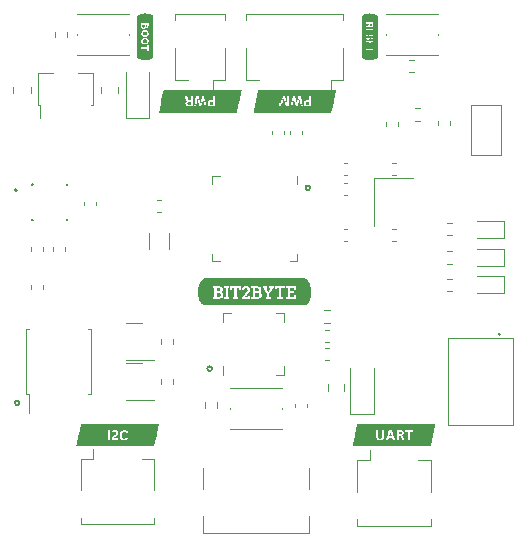
<source format=gbr>
%TF.GenerationSoftware,KiCad,Pcbnew,(6.0.0)*%
%TF.CreationDate,2022-11-20T17:05:32+07:00*%
%TF.ProjectId,ESP32-S3-MINI,45535033-322d-4533-932d-4d494e492e6b,rev?*%
%TF.SameCoordinates,Original*%
%TF.FileFunction,Legend,Top*%
%TF.FilePolarity,Positive*%
%FSLAX46Y46*%
G04 Gerber Fmt 4.6, Leading zero omitted, Abs format (unit mm)*
G04 Created by KiCad (PCBNEW (6.0.0)) date 2022-11-20 17:05:32*
%MOMM*%
%LPD*%
G01*
G04 APERTURE LIST*
%ADD10C,0.150000*%
%ADD11C,0.120000*%
%ADD12C,0.127000*%
%ADD13C,0.200000*%
G04 APERTURE END LIST*
D10*
X100000000Y-140200000D02*
G75*
G03*
X100000000Y-140200000I-200000J0D01*
G01*
X116300000Y-137300000D02*
G75*
G03*
X116300000Y-137300000I-200000J0D01*
G01*
X124600000Y-122000000D02*
G75*
G03*
X124600000Y-122000000I-200000J0D01*
G01*
D11*
%TO.C,C16*%
X99465000Y-113438748D02*
X99465000Y-113961252D01*
X100935000Y-113438748D02*
X100935000Y-113961252D01*
%TO.C,C10*%
X135390000Y-116359420D02*
X135390000Y-116640580D01*
X136410000Y-116359420D02*
X136410000Y-116640580D01*
%TO.C,G\u002A\u002A\u002A*%
G36*
X132233253Y-142647398D02*
G01*
X132266185Y-142648930D01*
X132290528Y-142652238D01*
X132308822Y-142657941D01*
X132323602Y-142666659D01*
X132337408Y-142679009D01*
X132342580Y-142684413D01*
X132354428Y-142705241D01*
X132361423Y-142734181D01*
X132363302Y-142766463D01*
X132359803Y-142797319D01*
X132350662Y-142821978D01*
X132350211Y-142822710D01*
X132338844Y-142839128D01*
X132326822Y-142851218D01*
X132311851Y-142859701D01*
X132291636Y-142865293D01*
X132263883Y-142868715D01*
X132226297Y-142870686D01*
X132194306Y-142871556D01*
X132089717Y-142873879D01*
X132089717Y-142647025D01*
X132189195Y-142647025D01*
X132233253Y-142647398D01*
G37*
G36*
X131404501Y-142696440D02*
G01*
X131411472Y-142713934D01*
X131421249Y-142740189D01*
X131433105Y-142773088D01*
X131446309Y-142810516D01*
X131460133Y-142850356D01*
X131473849Y-142890493D01*
X131486727Y-142928810D01*
X131498039Y-142963192D01*
X131507055Y-142991523D01*
X131513046Y-143011686D01*
X131515274Y-143021359D01*
X131508848Y-143021919D01*
X131490961Y-143022402D01*
X131463825Y-143022776D01*
X131429655Y-143023007D01*
X131398762Y-143023068D01*
X131360809Y-143022786D01*
X131328361Y-143022002D01*
X131303561Y-143020813D01*
X131288550Y-143019316D01*
X131285042Y-143017941D01*
X131287862Y-143010272D01*
X131294259Y-142991400D01*
X131303635Y-142963140D01*
X131315390Y-142927310D01*
X131328924Y-142885726D01*
X131340487Y-142849975D01*
X131358547Y-142795078D01*
X131373773Y-142751080D01*
X131385960Y-142718522D01*
X131394904Y-142697944D01*
X131400401Y-142689885D01*
X131401067Y-142689822D01*
X131404501Y-142696440D01*
G37*
G36*
X135196507Y-141968432D02*
G01*
X135194691Y-141977268D01*
X135190262Y-141998713D01*
X135183382Y-142031985D01*
X135174212Y-142076304D01*
X135162915Y-142130887D01*
X135149652Y-142194955D01*
X135134585Y-142267725D01*
X135117875Y-142348416D01*
X135099685Y-142436248D01*
X135080176Y-142530439D01*
X135059510Y-142630208D01*
X135037848Y-142734773D01*
X135015353Y-142843354D01*
X135000075Y-142917093D01*
X134807416Y-143846945D01*
X128199720Y-143850377D01*
X128204159Y-143828150D01*
X128206057Y-143818895D01*
X128210568Y-143797038D01*
X128217528Y-143763364D01*
X128226776Y-143718660D01*
X128238147Y-143663712D01*
X128251480Y-143599307D01*
X128266611Y-143526231D01*
X128283377Y-143445271D01*
X128301616Y-143357214D01*
X128321165Y-143262845D01*
X128341860Y-143162952D01*
X128363540Y-143058321D01*
X128386040Y-142949738D01*
X128400599Y-142879488D01*
X128477116Y-142510282D01*
X130194832Y-142510282D01*
X130197712Y-142816245D01*
X130198703Y-142903287D01*
X130199917Y-142976956D01*
X130201365Y-143037550D01*
X130203055Y-143085369D01*
X130204997Y-143120712D01*
X130207202Y-143143877D01*
X130208819Y-143152685D01*
X130231166Y-143212436D01*
X130263296Y-143262706D01*
X130305040Y-143303393D01*
X130356228Y-143334396D01*
X130416691Y-143355611D01*
X130486261Y-143366936D01*
X130564767Y-143368269D01*
X130565033Y-143368257D01*
X130599422Y-143365947D01*
X130632763Y-143362395D01*
X130658113Y-143358493D01*
X131003230Y-143358493D01*
X131089623Y-143356581D01*
X131176016Y-143354670D01*
X131207110Y-143260541D01*
X131238204Y-143166413D01*
X131402175Y-143168240D01*
X131566145Y-143170067D01*
X131595798Y-143264078D01*
X131625450Y-143358089D01*
X131802202Y-143358089D01*
X131925625Y-143358089D01*
X132089486Y-143358089D01*
X132091311Y-143182032D01*
X132093136Y-143005976D01*
X132162999Y-143007397D01*
X132204176Y-143009317D01*
X132234591Y-143013801D01*
X132257065Y-143021836D01*
X132274417Y-143034406D01*
X132288615Y-143051289D01*
X132295290Y-143064149D01*
X132305180Y-143087776D01*
X132317423Y-143119888D01*
X132331157Y-143158200D01*
X132345520Y-143200426D01*
X132349908Y-143213775D01*
X132395826Y-143354670D01*
X132482072Y-143356584D01*
X132514602Y-143357150D01*
X132541518Y-143357321D01*
X132560245Y-143357105D01*
X132568207Y-143356504D01*
X132568317Y-143356401D01*
X132566246Y-143349594D01*
X132560452Y-143331730D01*
X132551563Y-143304711D01*
X132540205Y-143270443D01*
X132527008Y-143230831D01*
X132521492Y-143214325D01*
X132500774Y-143153455D01*
X132483042Y-143104174D01*
X132467501Y-143064931D01*
X132453358Y-143034173D01*
X132439822Y-143010348D01*
X132426098Y-142991904D01*
X132411393Y-142977288D01*
X132394915Y-142964949D01*
X132393663Y-142964123D01*
X132381611Y-142954486D01*
X132376877Y-142947433D01*
X132382504Y-142941574D01*
X132397082Y-142932228D01*
X132412772Y-142923816D01*
X132459197Y-142894195D01*
X132494771Y-142857412D01*
X132509032Y-142835047D01*
X132516145Y-142819503D01*
X132520591Y-142802469D01*
X132522945Y-142780219D01*
X132523778Y-142749024D01*
X132523816Y-142738880D01*
X132523494Y-142706138D01*
X132521927Y-142682810D01*
X132518314Y-142664642D01*
X132514281Y-142653863D01*
X132629852Y-142653863D01*
X132875989Y-142653863D01*
X132875989Y-143358089D01*
X133040080Y-143358089D01*
X133040080Y-142653863D01*
X133286218Y-142653863D01*
X133286218Y-142510282D01*
X132629852Y-142510282D01*
X132629852Y-142653863D01*
X132514281Y-142653863D01*
X132511856Y-142647381D01*
X132503293Y-142629779D01*
X132477367Y-142590838D01*
X132442674Y-142559747D01*
X132397313Y-142534894D01*
X132385644Y-142530077D01*
X132373804Y-142525672D01*
X132362019Y-142522153D01*
X132348578Y-142519394D01*
X132331770Y-142517270D01*
X132309884Y-142515654D01*
X132281207Y-142514422D01*
X132244028Y-142513447D01*
X132196636Y-142512605D01*
X132137320Y-142511769D01*
X132135868Y-142511749D01*
X131925625Y-142508961D01*
X131925625Y-143358089D01*
X131802202Y-143358089D01*
X131746799Y-143196836D01*
X131731390Y-143152042D01*
X131712449Y-143097076D01*
X131690927Y-143034685D01*
X131667772Y-142967618D01*
X131643932Y-142898623D01*
X131620356Y-142830447D01*
X131601042Y-142774642D01*
X131510688Y-142513701D01*
X131294736Y-142513701D01*
X131206194Y-142770094D01*
X131183679Y-142835302D01*
X131159939Y-142904073D01*
X131135960Y-142973550D01*
X131112729Y-143040876D01*
X131091230Y-143103196D01*
X131072451Y-143157651D01*
X131060441Y-143192490D01*
X131003230Y-143358493D01*
X130658113Y-143358493D01*
X130660127Y-143358183D01*
X130671009Y-143355751D01*
X130731257Y-143333528D01*
X130781402Y-143302160D01*
X130821774Y-143261342D01*
X130852703Y-143210769D01*
X130867386Y-143174068D01*
X130870955Y-143162909D01*
X130873925Y-143151810D01*
X130876364Y-143139416D01*
X130878339Y-143124375D01*
X130879916Y-143105332D01*
X130881161Y-143080934D01*
X130882142Y-143049828D01*
X130882925Y-143010661D01*
X130883577Y-142962078D01*
X130884164Y-142902726D01*
X130884754Y-142831253D01*
X130884845Y-142819663D01*
X130887257Y-142510282D01*
X130722836Y-142510282D01*
X130720852Y-142805989D01*
X130720350Y-142877474D01*
X130719846Y-142936619D01*
X130719273Y-142984756D01*
X130718563Y-143023219D01*
X130717649Y-143053341D01*
X130716465Y-143076456D01*
X130714942Y-143093897D01*
X130713013Y-143106996D01*
X130710612Y-143117089D01*
X130707670Y-143125507D01*
X130704340Y-143133110D01*
X130682673Y-143169215D01*
X130654938Y-143195259D01*
X130619568Y-143212097D01*
X130574990Y-143220585D01*
X130541103Y-143222029D01*
X130489174Y-143218041D01*
X130447210Y-143205584D01*
X130413898Y-143183920D01*
X130387924Y-143152310D01*
X130375665Y-143129044D01*
X130372655Y-143121367D01*
X130370151Y-143112031D01*
X130368095Y-143099728D01*
X130366428Y-143083151D01*
X130365093Y-143060993D01*
X130364030Y-143031946D01*
X130363181Y-142994703D01*
X130362489Y-142947956D01*
X130361893Y-142890399D01*
X130361337Y-142820723D01*
X130361231Y-142805989D01*
X130359124Y-142510282D01*
X130194832Y-142510282D01*
X128477116Y-142510282D01*
X128477390Y-142508961D01*
X128592599Y-141953055D01*
X131896439Y-141951339D01*
X135200280Y-141949622D01*
X135196507Y-141968432D01*
G37*
%TO.C,D2*%
X138712500Y-130935000D02*
X140997500Y-130935000D01*
X140997500Y-130935000D02*
X140997500Y-129465000D01*
X140997500Y-129465000D02*
X138712500Y-129465000D01*
%TO.C,R6*%
X126262258Y-132377500D02*
X125787742Y-132377500D01*
X126262258Y-133422500D02*
X125787742Y-133422500D01*
D12*
%TO.C,U6*%
X104045000Y-121700000D02*
X104045000Y-121770000D01*
X104045000Y-124700000D02*
X103975000Y-124700000D01*
X101115000Y-124700000D02*
X101045000Y-124700000D01*
X101045000Y-124700000D02*
X101045000Y-124630000D01*
X104045000Y-124700000D02*
X104045000Y-124630000D01*
X103975000Y-121700000D02*
X104045000Y-121700000D01*
X101045000Y-121770000D02*
X101045000Y-121700000D01*
X101045000Y-121700000D02*
X101115000Y-121700000D01*
D13*
X99780000Y-122200000D02*
G75*
G03*
X99780000Y-122200000I-100000J0D01*
G01*
%TO.C,G\u002A\u002A\u002A*%
G36*
X104921165Y-143262845D02*
G01*
X104941860Y-143162952D01*
X104963540Y-143058321D01*
X104986040Y-142949738D01*
X105000599Y-142879488D01*
X105192599Y-141953055D01*
X108496439Y-141951339D01*
X111800280Y-141949622D01*
X111796507Y-141968432D01*
X111794691Y-141977268D01*
X111790262Y-141998713D01*
X111783382Y-142031985D01*
X111774212Y-142076304D01*
X111762915Y-142130887D01*
X111749652Y-142194955D01*
X111734585Y-142267725D01*
X111717875Y-142348416D01*
X111699685Y-142436248D01*
X111680176Y-142530439D01*
X111659510Y-142630208D01*
X111637848Y-142734773D01*
X111615353Y-142843354D01*
X111600075Y-142917093D01*
X111407416Y-143846945D01*
X104799720Y-143850377D01*
X104804159Y-143828150D01*
X104806057Y-143818895D01*
X104810568Y-143797038D01*
X104817528Y-143763364D01*
X104826776Y-143718660D01*
X104838147Y-143663712D01*
X104851480Y-143599307D01*
X104866611Y-143526231D01*
X104883377Y-143445271D01*
X104901435Y-143358089D01*
X107472705Y-143358089D01*
X107636796Y-143358089D01*
X107636796Y-142646765D01*
X107778942Y-142646765D01*
X107797609Y-142669116D01*
X107817684Y-142692529D01*
X107837512Y-142714598D01*
X107854906Y-142733004D01*
X107867681Y-142745429D01*
X107873484Y-142749583D01*
X107879709Y-142744881D01*
X107892198Y-142732569D01*
X107907853Y-142715741D01*
X107948502Y-142679354D01*
X107993701Y-142655790D01*
X108043991Y-142644801D01*
X108063718Y-142643873D01*
X108109351Y-142648209D01*
X108145174Y-142661586D01*
X108170849Y-142683720D01*
X108186036Y-142714331D01*
X108190455Y-142749476D01*
X108188816Y-142773228D01*
X108183406Y-142795173D01*
X108173120Y-142816593D01*
X108156850Y-142838772D01*
X108133491Y-142862993D01*
X108101938Y-142890540D01*
X108061083Y-142922697D01*
X108009822Y-142960746D01*
X108006002Y-142963527D01*
X107950584Y-143004920D01*
X107905854Y-143041205D01*
X107870611Y-143074028D01*
X107843653Y-143105033D01*
X107823779Y-143135866D01*
X107809785Y-143168171D01*
X107800470Y-143203594D01*
X107794633Y-143243779D01*
X107793628Y-143254185D01*
X107791009Y-143285108D01*
X107788926Y-143312790D01*
X107787677Y-143333099D01*
X107787458Y-143339287D01*
X107787214Y-143358089D01*
X108347860Y-143358089D01*
X108347860Y-143214509D01*
X107964058Y-143214509D01*
X107968602Y-143199125D01*
X107975861Y-143180735D01*
X107987395Y-143162590D01*
X108004671Y-143143253D01*
X108029154Y-143121283D01*
X108062311Y-143095243D01*
X108105608Y-143063693D01*
X108109236Y-143061113D01*
X108172130Y-143015084D01*
X108223784Y-142973919D01*
X108265187Y-142936359D01*
X108276870Y-142923558D01*
X108478026Y-142923558D01*
X108478932Y-142983661D01*
X108484402Y-143038965D01*
X108487712Y-143057758D01*
X108508094Y-143129169D01*
X108538294Y-143192802D01*
X108577488Y-143247765D01*
X108624850Y-143293165D01*
X108679554Y-143328112D01*
X108740775Y-143351711D01*
X108764926Y-143357391D01*
X108788512Y-143362114D01*
X108808288Y-143366215D01*
X108816204Y-143367947D01*
X108835757Y-143369875D01*
X108864784Y-143369656D01*
X108899311Y-143367627D01*
X108935366Y-143364125D01*
X108968974Y-143359489D01*
X108996164Y-143354055D01*
X109003349Y-143352052D01*
X109061179Y-143328340D01*
X109109439Y-143295686D01*
X109149445Y-143252936D01*
X109182512Y-143198936D01*
X109185814Y-143192196D01*
X109196894Y-143168229D01*
X109205168Y-143148726D01*
X109209175Y-143137170D01*
X109209340Y-143135983D01*
X109203747Y-143130429D01*
X109189018Y-143120454D01*
X109168227Y-143107792D01*
X109144448Y-143094179D01*
X109120754Y-143081350D01*
X109100219Y-143071040D01*
X109085919Y-143064984D01*
X109081965Y-143064091D01*
X109076522Y-143069997D01*
X109068949Y-143085229D01*
X109063230Y-143099986D01*
X109045254Y-143135121D01*
X109018310Y-143168005D01*
X108985995Y-143195114D01*
X108951908Y-143212927D01*
X108945895Y-143214865D01*
X108903946Y-143222448D01*
X108858031Y-143223363D01*
X108813764Y-143217855D01*
X108779976Y-143207612D01*
X108737496Y-143182062D01*
X108702639Y-143145794D01*
X108676530Y-143100123D01*
X108667919Y-143076802D01*
X108661057Y-143052674D01*
X108656464Y-143029576D01*
X108653722Y-143003727D01*
X108652413Y-142971348D01*
X108652113Y-142934186D01*
X108653672Y-142874694D01*
X108658805Y-142826244D01*
X108668194Y-142786512D01*
X108682521Y-142753173D01*
X108702471Y-142723903D01*
X108719310Y-142705423D01*
X108751745Y-142677882D01*
X108785926Y-142659869D01*
X108825440Y-142650034D01*
X108873874Y-142647026D01*
X108874320Y-142647025D01*
X108929554Y-142651745D01*
X108975485Y-142666160D01*
X109012824Y-142690655D01*
X109042281Y-142725613D01*
X109052282Y-142743130D01*
X109061526Y-142759430D01*
X109068758Y-142769020D01*
X109070571Y-142770094D01*
X109077927Y-142766757D01*
X109094344Y-142757721D01*
X109117233Y-142744447D01*
X109138730Y-142731599D01*
X109202355Y-142693104D01*
X109180958Y-142652958D01*
X109147361Y-142603822D01*
X109104114Y-142564369D01*
X109051228Y-142534605D01*
X108988715Y-142514534D01*
X108916587Y-142504161D01*
X108870188Y-142502592D01*
X108792335Y-142508321D01*
X108722243Y-142525125D01*
X108660187Y-142552812D01*
X108606443Y-142591193D01*
X108561286Y-142640074D01*
X108524991Y-142699265D01*
X108500740Y-142759302D01*
X108489126Y-142806893D01*
X108481490Y-142863140D01*
X108478026Y-142923558D01*
X108276870Y-142923558D01*
X108297326Y-142901145D01*
X108321187Y-142867017D01*
X108337760Y-142832716D01*
X108348030Y-142796982D01*
X108352986Y-142758556D01*
X108353463Y-142749583D01*
X108350376Y-142689999D01*
X108336108Y-142638087D01*
X108310986Y-142594136D01*
X108275341Y-142558434D01*
X108229501Y-142531272D01*
X108173795Y-142512937D01*
X108108552Y-142503721D01*
X108072672Y-142502621D01*
X108000889Y-142508392D01*
X107935647Y-142525155D01*
X107877821Y-142552539D01*
X107828286Y-142590175D01*
X107803577Y-142616703D01*
X107778942Y-142646765D01*
X107636796Y-142646765D01*
X107636796Y-142510282D01*
X107472705Y-142510282D01*
X107472705Y-143358089D01*
X104901435Y-143358089D01*
X104901616Y-143357214D01*
X104921165Y-143262845D01*
G37*
G36*
X124510175Y-114952975D02*
G01*
X124418319Y-114952975D01*
X124373611Y-114952438D01*
X124340034Y-114950491D01*
X124315075Y-114946626D01*
X124296221Y-114940337D01*
X124280960Y-114931117D01*
X124271935Y-114923461D01*
X124251050Y-114898207D01*
X124239080Y-114868138D01*
X124234748Y-114829816D01*
X124234679Y-114823162D01*
X124238877Y-114778985D01*
X124251798Y-114744759D01*
X124273933Y-114719518D01*
X124293317Y-114707558D01*
X124307319Y-114701593D01*
X124322268Y-114697516D01*
X124341098Y-114694985D01*
X124366747Y-114693656D01*
X124402151Y-114693187D01*
X124416614Y-114693163D01*
X124510175Y-114693163D01*
X124510175Y-114952975D01*
G37*
G36*
X123103602Y-115648661D02*
G01*
X119799720Y-115650378D01*
X119803489Y-115631568D01*
X119805304Y-115622732D01*
X119809733Y-115601287D01*
X119816614Y-115568015D01*
X119825785Y-115523697D01*
X119837084Y-115469114D01*
X119850349Y-115405047D01*
X119865419Y-115332277D01*
X119882131Y-115251586D01*
X119900325Y-115163755D01*
X119915590Y-115090065D01*
X121925734Y-115090065D01*
X122139630Y-115086299D01*
X122244889Y-114778942D01*
X122266105Y-114717117D01*
X122286028Y-114659312D01*
X122304210Y-114606803D01*
X122320206Y-114560863D01*
X122333572Y-114522768D01*
X122343861Y-114493794D01*
X122350627Y-114475215D01*
X122353425Y-114468308D01*
X122360140Y-114469261D01*
X122362583Y-114471412D01*
X122365930Y-114478988D01*
X122373228Y-114498213D01*
X122384017Y-114527789D01*
X122397837Y-114566423D01*
X122414227Y-114612818D01*
X122432728Y-114665679D01*
X122452878Y-114723711D01*
X122473573Y-114783741D01*
X122578681Y-115089690D01*
X122686366Y-115089704D01*
X122794052Y-115089718D01*
X122794052Y-115081171D01*
X122930895Y-115081171D01*
X122934728Y-115085109D01*
X122947377Y-115087732D01*
X122970406Y-115089210D01*
X123005379Y-115089714D01*
X123009291Y-115089718D01*
X123043049Y-115089591D01*
X123065575Y-115088906D01*
X123079311Y-115087206D01*
X123086699Y-115084034D01*
X123090181Y-115078933D01*
X123091514Y-115074334D01*
X123093725Y-115064493D01*
X123098492Y-115042775D01*
X123105491Y-115010669D01*
X123114399Y-114969667D01*
X123124893Y-114921258D01*
X123136649Y-114866933D01*
X123149343Y-114808181D01*
X123155323Y-114780471D01*
X123168307Y-114720688D01*
X123180550Y-114665080D01*
X123191725Y-114615068D01*
X123201510Y-114572068D01*
X123209579Y-114537501D01*
X123215608Y-114512785D01*
X123219272Y-114499338D01*
X123220099Y-114497299D01*
X123228125Y-114496165D01*
X123229195Y-114497010D01*
X123231780Y-114504347D01*
X123237404Y-114523566D01*
X123245699Y-114553306D01*
X123256296Y-114592207D01*
X123268827Y-114638907D01*
X123282924Y-114692046D01*
X123298217Y-114750263D01*
X123309579Y-114793856D01*
X123385561Y-115086299D01*
X123455672Y-115088248D01*
X123487277Y-115088976D01*
X123507885Y-115088725D01*
X123520167Y-115087015D01*
X123526789Y-115083363D01*
X123530423Y-115077288D01*
X123531455Y-115074574D01*
X123534300Y-115064763D01*
X123540095Y-115043153D01*
X123548464Y-115011208D01*
X123559027Y-114970391D01*
X123571408Y-114922167D01*
X123585228Y-114868000D01*
X123600109Y-114809353D01*
X123608295Y-114776961D01*
X123625592Y-114709153D01*
X123641311Y-114648981D01*
X123655193Y-114597370D01*
X123666979Y-114555245D01*
X123676409Y-114523531D01*
X123683224Y-114503152D01*
X123687163Y-114495035D01*
X123687442Y-114494929D01*
X123693187Y-114500996D01*
X123699459Y-114516645D01*
X123703153Y-114530781D01*
X123706326Y-114545540D01*
X123711997Y-114571942D01*
X123719795Y-114608259D01*
X123729349Y-114652763D01*
X123740287Y-114703727D01*
X123752240Y-114759423D01*
X123764836Y-114818124D01*
X123765892Y-114823046D01*
X123778245Y-114880372D01*
X123789794Y-114933499D01*
X123800208Y-114980939D01*
X123809157Y-115021209D01*
X123816310Y-115052824D01*
X123821338Y-115074298D01*
X123823909Y-115084145D01*
X123824084Y-115084566D01*
X123831766Y-115086559D01*
X123850347Y-115088193D01*
X123877052Y-115089302D01*
X123909107Y-115089717D01*
X123909641Y-115089718D01*
X123945900Y-115089379D01*
X123970126Y-115088246D01*
X123983948Y-115086143D01*
X123988995Y-115082894D01*
X123988899Y-115081171D01*
X123986863Y-115073157D01*
X123982058Y-115052973D01*
X123974753Y-115021779D01*
X123965216Y-114980739D01*
X123953717Y-114931014D01*
X123940523Y-114873765D01*
X123928907Y-114823223D01*
X124069179Y-114823223D01*
X124069393Y-114857847D01*
X124070494Y-114882621D01*
X124073175Y-114901370D01*
X124078125Y-114917916D01*
X124086038Y-114936083D01*
X124091687Y-114947714D01*
X124122452Y-114995582D01*
X124162697Y-115033649D01*
X124212233Y-115061785D01*
X124270871Y-115079857D01*
X124286034Y-115082643D01*
X124288467Y-115082894D01*
X124304948Y-115084594D01*
X124335058Y-115086338D01*
X124373888Y-115087796D01*
X124418958Y-115088886D01*
X124467793Y-115089527D01*
X124501629Y-115089666D01*
X124674267Y-115089718D01*
X124674267Y-114241911D01*
X124510175Y-114241911D01*
X124510175Y-114556420D01*
X124409327Y-114556521D01*
X124335027Y-114559073D01*
X124272266Y-114566965D01*
X124219758Y-114580795D01*
X124176218Y-114601159D01*
X124140359Y-114628653D01*
X124110895Y-114663875D01*
X124087196Y-114706017D01*
X124079218Y-114724369D01*
X124073999Y-114741179D01*
X124070968Y-114760164D01*
X124069553Y-114785046D01*
X124069181Y-114819543D01*
X124069179Y-114823223D01*
X123928907Y-114823223D01*
X123925903Y-114810155D01*
X123910125Y-114741346D01*
X123893460Y-114668500D01*
X123890894Y-114657268D01*
X123796004Y-114241911D01*
X123609170Y-114241911D01*
X123595121Y-114294899D01*
X123589957Y-114314641D01*
X123581958Y-114345552D01*
X123571661Y-114385548D01*
X123559601Y-114432546D01*
X123546312Y-114484461D01*
X123532329Y-114539210D01*
X123525327Y-114566676D01*
X123511890Y-114619182D01*
X123499453Y-114667336D01*
X123488432Y-114709565D01*
X123479242Y-114744297D01*
X123472296Y-114769961D01*
X123468010Y-114784985D01*
X123466837Y-114788313D01*
X123460480Y-114787498D01*
X123459880Y-114786950D01*
X123457228Y-114779646D01*
X123451417Y-114760552D01*
X123442848Y-114731085D01*
X123431921Y-114692658D01*
X123419038Y-114646686D01*
X123404600Y-114594582D01*
X123389006Y-114537763D01*
X123382536Y-114514034D01*
X123309404Y-114245330D01*
X123120242Y-114245330D01*
X123025619Y-114658977D01*
X123008907Y-114732162D01*
X122993133Y-114801485D01*
X122978559Y-114865781D01*
X122965446Y-114923888D01*
X122954054Y-114974641D01*
X122944645Y-115016878D01*
X122937480Y-115049433D01*
X122932819Y-115071144D01*
X122930925Y-115080847D01*
X122930895Y-115081171D01*
X122794052Y-115081171D01*
X122794052Y-114241911D01*
X122643634Y-114241911D01*
X122643634Y-114522804D01*
X122643536Y-114596271D01*
X122643222Y-114656937D01*
X122642670Y-114705674D01*
X122641853Y-114743354D01*
X122640746Y-114770849D01*
X122639325Y-114789031D01*
X122637564Y-114798771D01*
X122635630Y-114801029D01*
X122631757Y-114794205D01*
X122623951Y-114775786D01*
X122612714Y-114747115D01*
X122598547Y-114709532D01*
X122581953Y-114664380D01*
X122563432Y-114612999D01*
X122543485Y-114556731D01*
X122531273Y-114521845D01*
X122434919Y-114245330D01*
X122292877Y-114245330D01*
X122196479Y-114521698D01*
X122175899Y-114580208D01*
X122156428Y-114634626D01*
X122138571Y-114683609D01*
X122122831Y-114725815D01*
X122109715Y-114759902D01*
X122099726Y-114784525D01*
X122093370Y-114798343D01*
X122091535Y-114800881D01*
X122089345Y-114798948D01*
X122087538Y-114790897D01*
X122086083Y-114775714D01*
X122084950Y-114752387D01*
X122084106Y-114719903D01*
X122083522Y-114677248D01*
X122083165Y-114623409D01*
X122083005Y-114557374D01*
X122082988Y-114522804D01*
X122082988Y-114241911D01*
X121925734Y-114241911D01*
X121925734Y-115090065D01*
X119915590Y-115090065D01*
X119919837Y-115069565D01*
X119940507Y-114969797D01*
X119962173Y-114865232D01*
X119984672Y-114756652D01*
X119999954Y-114682907D01*
X120192652Y-113753055D01*
X126800280Y-113749623D01*
X126796506Y-113768432D01*
X126794690Y-113777268D01*
X126790262Y-113798713D01*
X126783383Y-113831986D01*
X126774214Y-113876305D01*
X126762919Y-113930889D01*
X126749658Y-113994957D01*
X126734593Y-114067727D01*
X126717886Y-114148419D01*
X126699699Y-114236252D01*
X126680193Y-114330443D01*
X126659531Y-114430212D01*
X126637873Y-114534778D01*
X126615382Y-114643360D01*
X126600108Y-114717093D01*
X126522917Y-115089718D01*
X126407484Y-115646945D01*
X123103602Y-115648661D01*
G37*
D11*
%TO.C,C6*%
X111659420Y-122990000D02*
X111940580Y-122990000D01*
X111659420Y-124010000D02*
X111940580Y-124010000D01*
%TO.C,G\u002A\u002A\u002A*%
G36*
X116810168Y-130911182D02*
G01*
X116862751Y-130912517D01*
X116903016Y-130914482D01*
X116933296Y-130917605D01*
X116955924Y-130922414D01*
X116973234Y-130929435D01*
X116987559Y-130939199D01*
X117001232Y-130952231D01*
X117003824Y-130954986D01*
X117022237Y-130981127D01*
X117033006Y-131013342D01*
X117037201Y-131055103D01*
X117037341Y-131064044D01*
X117035447Y-131100705D01*
X117027992Y-131128629D01*
X117013020Y-131153283D01*
X117000050Y-131168315D01*
X116982914Y-131182938D01*
X116961056Y-131193969D01*
X116932472Y-131201811D01*
X116895158Y-131206871D01*
X116847109Y-131209553D01*
X116792354Y-131210269D01*
X116676464Y-131210269D01*
X116676464Y-130908496D01*
X116810168Y-130911182D01*
G37*
G36*
X117901474Y-129643611D02*
G01*
X118107946Y-129643637D01*
X118326618Y-129643680D01*
X118557839Y-129643740D01*
X118801957Y-129643815D01*
X119059321Y-129643905D01*
X119330281Y-129644008D01*
X119615186Y-129644125D01*
X119914384Y-129644254D01*
X119923256Y-129644258D01*
X124145544Y-129646121D01*
X124188063Y-129663278D01*
X124260681Y-129700318D01*
X124329182Y-129750770D01*
X124393154Y-129813871D01*
X124452188Y-129888858D01*
X124505871Y-129974968D01*
X124553794Y-130071437D01*
X124595544Y-130177501D01*
X124630710Y-130292398D01*
X124658883Y-130415364D01*
X124679649Y-130545636D01*
X124684237Y-130584759D01*
X124687629Y-130629023D01*
X124689701Y-130684234D01*
X124690523Y-130747169D01*
X124690161Y-130814604D01*
X124688684Y-130883313D01*
X124686158Y-130950072D01*
X124682652Y-131011656D01*
X124678233Y-131064841D01*
X124673347Y-131104039D01*
X124648608Y-131233549D01*
X124616621Y-131354954D01*
X124577804Y-131467512D01*
X124532573Y-131570483D01*
X124481343Y-131663124D01*
X124424532Y-131744694D01*
X124362555Y-131814452D01*
X124295828Y-131871656D01*
X124224768Y-131915564D01*
X124215143Y-131920300D01*
X124160197Y-131946554D01*
X115661783Y-131949480D01*
X115617004Y-131932821D01*
X115571173Y-131913502D01*
X115531011Y-131890895D01*
X115491536Y-131861856D01*
X115457132Y-131831906D01*
X115392564Y-131763757D01*
X115333227Y-131682789D01*
X115279583Y-131590036D01*
X115232097Y-131486536D01*
X115191231Y-131373324D01*
X115157450Y-131251435D01*
X115131216Y-131121906D01*
X115126589Y-131093049D01*
X115120223Y-131039996D01*
X115115349Y-130975980D01*
X115112017Y-130904622D01*
X115110278Y-130829541D01*
X115110185Y-130754356D01*
X115111787Y-130682688D01*
X115115136Y-130618156D01*
X115119247Y-130572888D01*
X115136599Y-130454629D01*
X116354111Y-130454629D01*
X116396236Y-130463088D01*
X116422371Y-130468425D01*
X116444829Y-130473167D01*
X116454846Y-130475391D01*
X116471330Y-130479235D01*
X116471330Y-130852078D01*
X116471286Y-130924441D01*
X116471159Y-130992172D01*
X116470959Y-131053898D01*
X116470693Y-131108243D01*
X116470370Y-131153832D01*
X116469998Y-131189290D01*
X116469587Y-131213243D01*
X116469145Y-131224316D01*
X116469012Y-131224921D01*
X116459393Y-131226227D01*
X116440270Y-131229536D01*
X116416498Y-131233934D01*
X116392933Y-131238506D01*
X116374429Y-131242340D01*
X116366931Y-131244139D01*
X116360580Y-131248032D01*
X116356710Y-131257124D01*
X116354749Y-131274359D01*
X116354125Y-131302682D01*
X116354111Y-131310154D01*
X116354111Y-131372421D01*
X116468101Y-131371445D01*
X117327927Y-131371445D01*
X117760745Y-131371445D01*
X117760745Y-131309666D01*
X117760319Y-131278832D01*
X117758657Y-131259680D01*
X117755181Y-131249255D01*
X117749311Y-131244601D01*
X117747924Y-131244139D01*
X117736137Y-131241415D01*
X117715763Y-131237288D01*
X117691658Y-131232673D01*
X117668677Y-131228483D01*
X117651676Y-131225631D01*
X117645843Y-131224921D01*
X117645393Y-131217824D01*
X117644972Y-131197449D01*
X117644588Y-131165172D01*
X117644250Y-131122367D01*
X117643967Y-131070410D01*
X117643747Y-131010674D01*
X117643598Y-130944536D01*
X117643529Y-130873369D01*
X117643525Y-130852078D01*
X117643525Y-130609519D01*
X117826681Y-130609519D01*
X117987857Y-130609519D01*
X117987857Y-130584900D01*
X117988906Y-130561735D01*
X117991520Y-130534126D01*
X117992516Y-130526290D01*
X117997175Y-130492299D01*
X118185665Y-130492299D01*
X118185665Y-131223882D01*
X118147203Y-131231351D01*
X118122371Y-131236071D01*
X118101605Y-131239844D01*
X118094087Y-131241111D01*
X118086958Y-131243625D01*
X118082397Y-131250403D01*
X118079668Y-131264364D01*
X118078032Y-131288424D01*
X118077318Y-131307424D01*
X118075201Y-131371445D01*
X118508019Y-131371445D01*
X118508019Y-131309666D01*
X118507875Y-131278682D01*
X118505868Y-131259161D01*
X118499636Y-131247921D01*
X118486817Y-131241782D01*
X118465050Y-131237562D01*
X118453072Y-131235661D01*
X118440665Y-131234143D01*
X118430262Y-131233103D01*
X118421688Y-131231339D01*
X118414768Y-131227651D01*
X118409327Y-131220839D01*
X118405191Y-131209702D01*
X118402186Y-131193039D01*
X118400135Y-131169649D01*
X118398865Y-131138333D01*
X118398201Y-131097889D01*
X118397968Y-131047116D01*
X118397991Y-130984815D01*
X118398096Y-130909784D01*
X118398126Y-130858116D01*
X118398126Y-130625771D01*
X118815727Y-130625771D01*
X118817056Y-130640248D01*
X118825271Y-130648603D01*
X118842229Y-130652491D01*
X118869788Y-130653567D01*
X118909805Y-130653486D01*
X118917955Y-130653476D01*
X119020190Y-130653476D01*
X119024802Y-130626003D01*
X119038260Y-130572055D01*
X119058663Y-130530761D01*
X119086497Y-130501626D01*
X119122245Y-130484152D01*
X119166393Y-130477843D01*
X119169445Y-130477808D01*
X119213870Y-130483658D01*
X119250217Y-130500664D01*
X119277825Y-130527347D01*
X119296031Y-130562223D01*
X119304175Y-130603814D01*
X119301593Y-130650637D01*
X119287626Y-130701213D01*
X119278670Y-130722232D01*
X119267928Y-130743117D01*
X119254414Y-130765343D01*
X119237182Y-130790044D01*
X119215288Y-130818357D01*
X119187789Y-130851418D01*
X119153739Y-130890362D01*
X119112195Y-130936325D01*
X119062212Y-130990443D01*
X119003878Y-131052755D01*
X118838504Y-131228584D01*
X118838101Y-131300015D01*
X118837699Y-131371445D01*
X119548342Y-131371445D01*
X119548342Y-131107702D01*
X119389082Y-131107702D01*
X119384541Y-131135175D01*
X119381363Y-131160992D01*
X119379925Y-131185629D01*
X119379919Y-131186458D01*
X119379839Y-131210269D01*
X119106027Y-131210269D01*
X119124449Y-131190122D01*
X119191068Y-131117122D01*
X119248459Y-131053878D01*
X119297407Y-130999449D01*
X119338696Y-130952893D01*
X119373112Y-130913267D01*
X119401438Y-130879631D01*
X119424460Y-130851043D01*
X119442962Y-130826560D01*
X119457728Y-130805242D01*
X119469544Y-130786146D01*
X119479194Y-130768331D01*
X119483834Y-130758798D01*
X119506135Y-130696105D01*
X119515529Y-130632339D01*
X119512338Y-130569568D01*
X119496888Y-130509863D01*
X119469501Y-130455292D01*
X119468955Y-130454629D01*
X119628930Y-130454629D01*
X119671056Y-130463088D01*
X119697190Y-130468425D01*
X119719648Y-130473167D01*
X119729666Y-130475391D01*
X119746150Y-130479235D01*
X119746150Y-130852078D01*
X119746106Y-130924441D01*
X119745979Y-130992172D01*
X119745778Y-131053898D01*
X119745512Y-131108243D01*
X119745189Y-131153832D01*
X119744818Y-131189290D01*
X119744407Y-131213243D01*
X119743965Y-131224316D01*
X119743832Y-131224921D01*
X119734213Y-131226227D01*
X119715090Y-131229536D01*
X119691318Y-131233934D01*
X119667753Y-131238506D01*
X119649249Y-131242340D01*
X119641751Y-131244139D01*
X119635400Y-131248032D01*
X119631529Y-131257124D01*
X119629568Y-131274359D01*
X119628945Y-131302682D01*
X119628930Y-131310154D01*
X119628930Y-131372421D01*
X119945789Y-131369708D01*
X120023715Y-131368987D01*
X120088435Y-131368235D01*
X120141394Y-131367389D01*
X120184037Y-131366384D01*
X120217812Y-131365157D01*
X120244163Y-131363643D01*
X120264536Y-131361779D01*
X120280377Y-131359499D01*
X120293132Y-131356741D01*
X120302942Y-131353869D01*
X120370036Y-131326540D01*
X120424465Y-131292254D01*
X120466635Y-131250676D01*
X120496953Y-131201471D01*
X120502161Y-131189368D01*
X120510208Y-131166380D01*
X120515176Y-131143332D01*
X120517692Y-131115635D01*
X120518386Y-131078704D01*
X120518367Y-131071071D01*
X120517259Y-131028202D01*
X120513519Y-130995492D01*
X120505862Y-130968508D01*
X120493001Y-130942818D01*
X120473648Y-130913990D01*
X120472158Y-130911933D01*
X120454048Y-130892151D01*
X120429604Y-130871976D01*
X120402951Y-130854170D01*
X120378214Y-130841491D01*
X120359721Y-130836700D01*
X120348462Y-130833347D01*
X120349011Y-130826034D01*
X120360773Y-130818603D01*
X120362619Y-130817977D01*
X120382402Y-130807025D01*
X120406093Y-130787167D01*
X120430075Y-130762073D01*
X120450734Y-130735411D01*
X120461221Y-130717902D01*
X120478369Y-130669046D01*
X120484425Y-130615145D01*
X120479871Y-130559899D01*
X120465188Y-130507006D01*
X120440858Y-130460168D01*
X120425051Y-130439981D01*
X120406410Y-130423745D01*
X120588614Y-130423745D01*
X120590207Y-130442826D01*
X120596064Y-130453710D01*
X120608806Y-130459610D01*
X120631053Y-130463738D01*
X120648358Y-130466427D01*
X120675083Y-130470704D01*
X120815029Y-130734748D01*
X120954976Y-130998793D01*
X120954976Y-131223882D01*
X120912850Y-131232016D01*
X120879385Y-131238273D01*
X120857593Y-131243244D01*
X120845001Y-131249472D01*
X120839139Y-131259502D01*
X120837536Y-131275876D01*
X120837720Y-131301139D01*
X120837756Y-131309312D01*
X120837756Y-131371445D01*
X121270574Y-131371445D01*
X121268457Y-131307424D01*
X121267112Y-131276424D01*
X121265087Y-131257160D01*
X121261644Y-131246713D01*
X121256045Y-131242167D01*
X121251688Y-131241111D01*
X121236192Y-131238421D01*
X121212882Y-131234095D01*
X121198573Y-131231351D01*
X121160110Y-131223882D01*
X121160154Y-131116340D01*
X121160197Y-131008798D01*
X121301437Y-130741917D01*
X121336527Y-130675578D01*
X121365533Y-130620960D01*
X121371438Y-130610014D01*
X121592357Y-130610014D01*
X121749871Y-130605856D01*
X121751770Y-130565561D01*
X121753055Y-130536388D01*
X121755241Y-130516174D01*
X121760657Y-130503284D01*
X121771634Y-130496085D01*
X121790500Y-130492943D01*
X121819586Y-130492224D01*
X121856240Y-130492299D01*
X121951342Y-130492299D01*
X121951342Y-130858610D01*
X121951297Y-130930318D01*
X121951168Y-130997382D01*
X121950964Y-131058416D01*
X121950694Y-131112033D01*
X121950366Y-131156845D01*
X121949989Y-131191465D01*
X121949572Y-131214506D01*
X121949124Y-131224582D01*
X121949024Y-131224921D01*
X121939405Y-131226227D01*
X121920282Y-131229536D01*
X121896510Y-131233934D01*
X121872944Y-131238506D01*
X121854441Y-131242340D01*
X121846943Y-131244139D01*
X121840570Y-131248052D01*
X121836696Y-131257193D01*
X121834744Y-131274516D01*
X121834134Y-131302977D01*
X121834122Y-131309666D01*
X121834122Y-131371445D01*
X122273695Y-131371445D01*
X122588152Y-131371445D01*
X123409259Y-131371445D01*
X123409259Y-131085227D01*
X123330502Y-131087307D01*
X123251745Y-131089386D01*
X123249912Y-131118691D01*
X123247621Y-131146356D01*
X123244423Y-131175598D01*
X123243968Y-131179132D01*
X123239858Y-131210269D01*
X122903750Y-131210269D01*
X122903750Y-130917480D01*
X123081411Y-130915519D01*
X123259072Y-130913557D01*
X123259072Y-130752380D01*
X122903750Y-130748456D01*
X122903750Y-130492299D01*
X123239023Y-130492299D01*
X123244210Y-130554572D01*
X123249398Y-130616845D01*
X123409259Y-130616845D01*
X123409259Y-130331122D01*
X122588723Y-130331122D01*
X122588723Y-130392902D01*
X122588669Y-130422554D01*
X122590256Y-130441631D01*
X122596110Y-130453130D01*
X122608855Y-130460051D01*
X122631116Y-130465392D01*
X122656490Y-130470335D01*
X122698616Y-130478686D01*
X122698616Y-131223882D01*
X122660153Y-131231351D01*
X122635321Y-131236071D01*
X122614556Y-131239844D01*
X122607038Y-131241111D01*
X122599908Y-131243625D01*
X122595348Y-131250403D01*
X122592619Y-131264364D01*
X122590983Y-131288424D01*
X122590269Y-131307424D01*
X122588152Y-131371445D01*
X122273695Y-131371445D01*
X122273695Y-131309312D01*
X122273940Y-131281375D01*
X122273028Y-131262975D01*
X122268487Y-131251569D01*
X122257847Y-131244612D01*
X122238637Y-131239562D01*
X122208384Y-131233875D01*
X122198601Y-131232016D01*
X122156476Y-131223882D01*
X122156476Y-130492299D01*
X122251577Y-130492299D01*
X122291799Y-130492234D01*
X122319714Y-130493129D01*
X122337652Y-130496616D01*
X122347942Y-130504331D01*
X122352914Y-130517906D01*
X122354898Y-130538975D01*
X122356048Y-130565561D01*
X122357947Y-130605856D01*
X122436704Y-130607935D01*
X122515460Y-130610014D01*
X122515460Y-130331122D01*
X121592357Y-130331122D01*
X121592357Y-130610014D01*
X121371438Y-130610014D01*
X121389315Y-130576878D01*
X121408730Y-130542148D01*
X121424639Y-130515587D01*
X121437899Y-130496012D01*
X121449369Y-130482239D01*
X121459908Y-130473084D01*
X121470375Y-130467363D01*
X121481629Y-130463894D01*
X121494528Y-130461492D01*
X121506274Y-130459599D01*
X121533747Y-130455004D01*
X121533747Y-130331122D01*
X121138131Y-130331122D01*
X121138131Y-130392541D01*
X121138724Y-130424952D01*
X121141867Y-130445455D01*
X121149610Y-130456785D01*
X121164000Y-130461678D01*
X121187086Y-130462869D01*
X121190814Y-130462894D01*
X121206901Y-130465231D01*
X121214705Y-130469751D01*
X121213066Y-130478060D01*
X121205984Y-130496977D01*
X121194468Y-130524377D01*
X121179526Y-130558136D01*
X121162168Y-130596128D01*
X121143400Y-130636228D01*
X121124233Y-130676310D01*
X121105675Y-130714250D01*
X121088734Y-130747922D01*
X121074420Y-130775202D01*
X121063739Y-130793963D01*
X121057702Y-130802080D01*
X121056959Y-130802135D01*
X121052402Y-130794144D01*
X121042557Y-130774758D01*
X121028340Y-130745856D01*
X121010670Y-130709318D01*
X120990463Y-130667020D01*
X120974507Y-130633309D01*
X120950255Y-130582132D01*
X120931719Y-130542751D01*
X120918734Y-130513537D01*
X120911133Y-130492865D01*
X120908751Y-130479110D01*
X120911423Y-130470644D01*
X120918984Y-130465843D01*
X120931267Y-130463079D01*
X120948107Y-130460727D01*
X120956807Y-130459421D01*
X120984281Y-130455004D01*
X120984281Y-130331122D01*
X120588665Y-130331122D01*
X120588665Y-130393256D01*
X120588614Y-130423745D01*
X120406410Y-130423745D01*
X120381584Y-130402121D01*
X120325908Y-130370920D01*
X120285289Y-130355072D01*
X120226017Y-130335166D01*
X119927474Y-130332697D01*
X119628930Y-130330228D01*
X119628930Y-130454629D01*
X119468955Y-130454629D01*
X119430501Y-130407925D01*
X119428700Y-130406206D01*
X119383296Y-130369667D01*
X119334112Y-130343359D01*
X119291131Y-130330228D01*
X119278634Y-130326410D01*
X119214349Y-130317947D01*
X119170749Y-130316578D01*
X119098602Y-130321070D01*
X119036015Y-130335323D01*
X118980965Y-130360124D01*
X118931429Y-130396259D01*
X118908224Y-130418691D01*
X118873152Y-130460147D01*
X118848719Y-130501409D01*
X118832024Y-130547895D01*
X118826291Y-130571833D01*
X118819425Y-130603518D01*
X118815727Y-130625771D01*
X118398126Y-130625771D01*
X118398126Y-130492299D01*
X118588607Y-130492299D01*
X118588707Y-130534425D01*
X118588956Y-130565991D01*
X118591145Y-130587188D01*
X118597710Y-130600080D01*
X118611084Y-130606725D01*
X118633700Y-130609187D01*
X118667992Y-130609525D01*
X118677376Y-130609519D01*
X118757110Y-130609519D01*
X118757110Y-130331122D01*
X117826681Y-130331122D01*
X117826681Y-130609519D01*
X117643525Y-130609519D01*
X117643525Y-130479235D01*
X117660009Y-130475391D01*
X117676259Y-130471831D01*
X117700545Y-130466761D01*
X117718619Y-130463088D01*
X117760745Y-130454629D01*
X117760745Y-130331122D01*
X117328498Y-130331122D01*
X117328498Y-130392902D01*
X117328444Y-130422554D01*
X117330031Y-130441631D01*
X117335885Y-130453130D01*
X117348630Y-130460051D01*
X117370891Y-130465392D01*
X117396265Y-130470335D01*
X117438391Y-130478686D01*
X117438391Y-131223882D01*
X117399928Y-131231351D01*
X117375096Y-131236071D01*
X117354331Y-131239844D01*
X117346813Y-131241111D01*
X117339684Y-131243625D01*
X117335123Y-131250403D01*
X117332394Y-131264364D01*
X117330758Y-131288424D01*
X117330044Y-131307424D01*
X117327927Y-131371445D01*
X116468101Y-131371445D01*
X116670970Y-131369708D01*
X116748896Y-131368987D01*
X116813615Y-131368235D01*
X116866574Y-131367389D01*
X116909218Y-131366384D01*
X116942992Y-131365157D01*
X116969343Y-131363643D01*
X116989716Y-131361779D01*
X117005557Y-131359499D01*
X117018313Y-131356741D01*
X117028123Y-131353869D01*
X117095216Y-131326540D01*
X117149645Y-131292254D01*
X117191815Y-131250676D01*
X117222133Y-131201471D01*
X117227342Y-131189368D01*
X117235389Y-131166380D01*
X117240356Y-131143332D01*
X117242872Y-131115635D01*
X117243566Y-131078704D01*
X117243547Y-131071071D01*
X117242439Y-131028202D01*
X117238700Y-130995492D01*
X117231043Y-130968508D01*
X117218181Y-130942818D01*
X117198828Y-130913990D01*
X117197338Y-130911933D01*
X117179228Y-130892151D01*
X117154784Y-130871976D01*
X117128131Y-130854170D01*
X117103394Y-130841491D01*
X117084901Y-130836700D01*
X117073642Y-130833347D01*
X117074191Y-130826034D01*
X117085953Y-130818603D01*
X117087799Y-130817977D01*
X117107582Y-130807025D01*
X117131273Y-130787167D01*
X117155255Y-130762073D01*
X117175915Y-130735411D01*
X117186401Y-130717902D01*
X117203549Y-130669046D01*
X117209605Y-130615145D01*
X117205051Y-130559899D01*
X117190368Y-130507006D01*
X117166038Y-130460168D01*
X117150232Y-130439981D01*
X117106765Y-130402121D01*
X117051089Y-130370920D01*
X117010470Y-130355072D01*
X116951197Y-130335166D01*
X116354111Y-130330228D01*
X116354111Y-130454629D01*
X115136599Y-130454629D01*
X115137904Y-130445734D01*
X115162405Y-130330228D01*
X115163499Y-130325070D01*
X115195581Y-130211671D01*
X115233701Y-130106313D01*
X115277409Y-130009770D01*
X115326257Y-129922818D01*
X115379794Y-129846233D01*
X115437571Y-129780789D01*
X115499139Y-129727263D01*
X115564048Y-129686428D01*
X115631849Y-129659061D01*
X115652116Y-129653725D01*
X115656590Y-129652921D01*
X115663145Y-129652157D01*
X115672128Y-129651432D01*
X115683890Y-129650744D01*
X115698779Y-129650094D01*
X115717143Y-129649480D01*
X115739333Y-129648902D01*
X115765696Y-129648358D01*
X115796582Y-129647848D01*
X115832340Y-129647372D01*
X115873319Y-129646928D01*
X115919867Y-129646516D01*
X115972334Y-129646135D01*
X116031068Y-129645784D01*
X116096419Y-129645462D01*
X116168735Y-129645169D01*
X116248366Y-129644904D01*
X116335660Y-129644665D01*
X116430966Y-129644454D01*
X116534634Y-129644267D01*
X116647012Y-129644106D01*
X116768448Y-129643968D01*
X116899293Y-129643853D01*
X117039895Y-129643761D01*
X117190603Y-129643691D01*
X117351766Y-129643642D01*
X117523733Y-129643612D01*
X117706853Y-129643602D01*
X117901474Y-129643611D01*
G37*
G36*
X120107321Y-130493596D02*
G01*
X120153328Y-130497781D01*
X120188867Y-130505292D01*
X120215931Y-130516571D01*
X120236507Y-130532057D01*
X120238668Y-130534253D01*
X120259669Y-130562795D01*
X120270780Y-130595890D01*
X120273638Y-130632338D01*
X120268591Y-130672766D01*
X120252394Y-130705587D01*
X120229716Y-130729247D01*
X120211982Y-130741941D01*
X120191748Y-130751169D01*
X120166443Y-130757425D01*
X120133498Y-130761202D01*
X120090342Y-130762993D01*
X120052019Y-130763328D01*
X119951284Y-130763369D01*
X119951284Y-130492299D01*
X120048858Y-130492299D01*
X120107321Y-130493596D01*
G37*
G36*
X116832501Y-130493596D02*
G01*
X116878508Y-130497781D01*
X116914048Y-130505292D01*
X116941111Y-130516571D01*
X116961688Y-130532057D01*
X116963848Y-130534253D01*
X116984849Y-130562795D01*
X116995960Y-130595890D01*
X116998818Y-130632338D01*
X116993771Y-130672766D01*
X116977575Y-130705587D01*
X116954896Y-130729247D01*
X116937163Y-130741941D01*
X116916928Y-130751169D01*
X116891623Y-130757425D01*
X116858678Y-130761202D01*
X116815522Y-130762993D01*
X116777200Y-130763328D01*
X116676464Y-130763369D01*
X116676464Y-130492299D01*
X116774038Y-130492299D01*
X116832501Y-130493596D01*
G37*
G36*
X120084987Y-130911182D02*
G01*
X120137571Y-130912517D01*
X120177836Y-130914482D01*
X120208116Y-130917605D01*
X120230744Y-130922414D01*
X120248053Y-130929435D01*
X120262378Y-130939199D01*
X120276052Y-130952231D01*
X120278644Y-130954986D01*
X120297056Y-130981127D01*
X120307826Y-131013342D01*
X120312021Y-131055103D01*
X120312161Y-131064044D01*
X120310267Y-131100705D01*
X120302811Y-131128629D01*
X120287840Y-131153283D01*
X120274870Y-131168315D01*
X120257734Y-131182938D01*
X120235876Y-131193969D01*
X120207292Y-131201811D01*
X120169978Y-131206871D01*
X120121928Y-131209553D01*
X120067174Y-131210269D01*
X119951284Y-131210269D01*
X119951284Y-130908496D01*
X120084987Y-130911182D01*
G37*
%TO.C,D4*%
X136250000Y-142050000D02*
X136250000Y-134750000D01*
X141750000Y-142050000D02*
X141750000Y-134750000D01*
X141750000Y-142050000D02*
X136250000Y-142050000D01*
X141750000Y-134750000D02*
X136250000Y-134750000D01*
X140700000Y-134400000D02*
G75*
G03*
X140700000Y-134400000I-100000J0D01*
G01*
%TO.C,Q2*%
X109700000Y-136840000D02*
X109050000Y-136840000D01*
X109700000Y-139960000D02*
X111375000Y-139960000D01*
X109700000Y-139960000D02*
X109050000Y-139960000D01*
X109700000Y-136840000D02*
X110350000Y-136840000D01*
%TO.C,G\u002A\u002A\u002A*%
G36*
X130000346Y-107271624D02*
G01*
X130063920Y-107290026D01*
X130122203Y-107311780D01*
X130174426Y-107336438D01*
X130219815Y-107363552D01*
X130257600Y-107392674D01*
X130287009Y-107423356D01*
X130303367Y-107447593D01*
X130317785Y-107473620D01*
X130317785Y-110921496D01*
X130306013Y-110944529D01*
X130288017Y-110971800D01*
X130262216Y-110999702D01*
X130230336Y-111026728D01*
X130194101Y-111051367D01*
X130166391Y-111066728D01*
X130120773Y-111086983D01*
X130067181Y-111106120D01*
X130007388Y-111123631D01*
X129943168Y-111139009D01*
X129876296Y-111151744D01*
X129861161Y-111154179D01*
X129838820Y-111157474D01*
X129818069Y-111160055D01*
X129797236Y-111162007D01*
X129774647Y-111163416D01*
X129748630Y-111164368D01*
X129717513Y-111164949D01*
X129679622Y-111165245D01*
X129643838Y-111165333D01*
X129592639Y-111165191D01*
X129549245Y-111164535D01*
X129511698Y-111163195D01*
X129478040Y-111161002D01*
X129446315Y-111157787D01*
X129414566Y-111153378D01*
X129380835Y-111147607D01*
X129343165Y-111140303D01*
X129334078Y-111138458D01*
X129267421Y-111122517D01*
X129205361Y-111103042D01*
X129148664Y-111080449D01*
X129098099Y-111055152D01*
X129054431Y-111027569D01*
X129018427Y-110998115D01*
X128990854Y-110967206D01*
X128976880Y-110944731D01*
X128965007Y-110921496D01*
X128964662Y-110318362D01*
X129314189Y-110318362D01*
X129817208Y-110318362D01*
X129817208Y-110494174D01*
X129919860Y-110494174D01*
X129918592Y-110260978D01*
X129917323Y-110027783D01*
X129867266Y-110026391D01*
X129817208Y-110024999D01*
X129817208Y-110201153D01*
X129314189Y-110201153D01*
X129314189Y-110318362D01*
X128964662Y-110318362D01*
X128964467Y-109976504D01*
X129314189Y-109976504D01*
X129416747Y-109976504D01*
X129416747Y-109688367D01*
X129577908Y-109688367D01*
X129577908Y-109937435D01*
X129675414Y-109937435D01*
X129676719Y-109814122D01*
X129678023Y-109690809D01*
X129747616Y-109689454D01*
X129817208Y-109688099D01*
X129817208Y-109971621D01*
X129919765Y-109971621D01*
X129919765Y-109571159D01*
X129314189Y-109571159D01*
X129314189Y-109976504D01*
X128964467Y-109976504D01*
X128964042Y-109232503D01*
X129306638Y-109232503D01*
X129307756Y-109263542D01*
X129310307Y-109293075D01*
X129314135Y-109317624D01*
X129314189Y-109317850D01*
X129315785Y-109324533D01*
X129331198Y-109365793D01*
X129352863Y-109399578D01*
X129380663Y-109425787D01*
X129414475Y-109444324D01*
X129454181Y-109455087D01*
X129476522Y-109457542D01*
X129520876Y-109456494D01*
X129559652Y-109447432D01*
X129592926Y-109430309D01*
X129620771Y-109405078D01*
X129643263Y-109371691D01*
X129655835Y-109343514D01*
X129660564Y-109328847D01*
X129666538Y-109307339D01*
X129673041Y-109281716D01*
X129679355Y-109254704D01*
X129680243Y-109250694D01*
X129686307Y-109224758D01*
X129692565Y-109200829D01*
X129698356Y-109181261D01*
X129703020Y-109168408D01*
X129703813Y-109166746D01*
X129718104Y-109148407D01*
X129736952Y-109137065D01*
X129758095Y-109133144D01*
X129779273Y-109137064D01*
X129798105Y-109149135D01*
X129810811Y-109165132D01*
X129818885Y-109185243D01*
X129822892Y-109211367D01*
X129823579Y-109234633D01*
X129819667Y-109276934D01*
X129808208Y-109313618D01*
X129789873Y-109344358D01*
X129780687Y-109357431D01*
X129774652Y-109368011D01*
X129773255Y-109372318D01*
X129776899Y-109377419D01*
X129786440Y-109386480D01*
X129799795Y-109397835D01*
X129814876Y-109409815D01*
X129829600Y-109420753D01*
X129841882Y-109428982D01*
X129848459Y-109432461D01*
X129855705Y-109430448D01*
X129866008Y-109421603D01*
X129877813Y-109407706D01*
X129889562Y-109390533D01*
X129897438Y-109376504D01*
X129911509Y-109342343D01*
X129920492Y-109304582D01*
X129924812Y-109261089D01*
X129925357Y-109237257D01*
X129922989Y-109187386D01*
X129915402Y-109144928D01*
X129902265Y-109108840D01*
X129883250Y-109078079D01*
X129870318Y-109063211D01*
X129841746Y-109040258D01*
X129809103Y-109024898D01*
X129774007Y-109017014D01*
X129738075Y-109016489D01*
X129702926Y-109023206D01*
X129670176Y-109037047D01*
X129641444Y-109057895D01*
X129621241Y-109081250D01*
X129610610Y-109098278D01*
X129601415Y-109116950D01*
X129592973Y-109139128D01*
X129584602Y-109166672D01*
X129575619Y-109201445D01*
X129572688Y-109213623D01*
X129563774Y-109249151D01*
X129555714Y-109276350D01*
X129547927Y-109296552D01*
X129539833Y-109311088D01*
X129530850Y-109321290D01*
X129523299Y-109326827D01*
X129500947Y-109335285D01*
X129476698Y-109336061D01*
X129453292Y-109329729D01*
X129433472Y-109316864D01*
X129424327Y-109306074D01*
X129419138Y-109294697D01*
X129414102Y-109278153D01*
X129411680Y-109267178D01*
X129409362Y-109229133D01*
X129415503Y-109190223D01*
X129429305Y-109152696D01*
X129449973Y-109118803D01*
X129473122Y-109093843D01*
X129486096Y-109082091D01*
X129495566Y-109072800D01*
X129499665Y-109067813D01*
X129499707Y-109067617D01*
X129496233Y-109063631D01*
X129487050Y-109055192D01*
X129474093Y-109043927D01*
X129459297Y-109031464D01*
X129444597Y-109019429D01*
X129431929Y-109009451D01*
X129423226Y-109003157D01*
X129422564Y-109002742D01*
X129414153Y-109002884D01*
X129401062Y-109009440D01*
X129398146Y-109011397D01*
X129372300Y-109034772D01*
X129349502Y-109066107D01*
X129330567Y-109103853D01*
X129316313Y-109146460D01*
X129309320Y-109179828D01*
X129307107Y-109203439D01*
X129306638Y-109232503D01*
X128964042Y-109232503D01*
X128964026Y-109204883D01*
X128963938Y-109051100D01*
X128963878Y-108941507D01*
X129314189Y-108941507D01*
X129414305Y-108938723D01*
X129415599Y-108795876D01*
X129416894Y-108653028D01*
X129577908Y-108653028D01*
X129577908Y-108897212D01*
X129675581Y-108897212D01*
X129675581Y-108653028D01*
X129817208Y-108653028D01*
X129817208Y-108931398D01*
X129919765Y-108931398D01*
X129919765Y-108530936D01*
X129314189Y-108530936D01*
X129314189Y-108941507D01*
X128963878Y-108941507D01*
X128963859Y-108906780D01*
X128963789Y-108771616D01*
X128963729Y-108645304D01*
X128963682Y-108527539D01*
X128963649Y-108418015D01*
X128963639Y-108363470D01*
X129314189Y-108363470D01*
X129314478Y-108386387D01*
X129315267Y-108405269D01*
X129316437Y-108418251D01*
X129317870Y-108423469D01*
X129317983Y-108423495D01*
X129324774Y-108421926D01*
X129339137Y-108417587D01*
X129359462Y-108411037D01*
X129384136Y-108402831D01*
X129411550Y-108393525D01*
X129440091Y-108383677D01*
X129468147Y-108373841D01*
X129494109Y-108364575D01*
X129516364Y-108356435D01*
X129533301Y-108349978D01*
X129543308Y-108345759D01*
X129543722Y-108345554D01*
X129570395Y-108329261D01*
X129588720Y-108311104D01*
X129595590Y-108300182D01*
X129601806Y-108290755D01*
X129607047Y-108286753D01*
X129607107Y-108286752D01*
X129611514Y-108290835D01*
X129617762Y-108301257D01*
X129621530Y-108309117D01*
X129640384Y-108342173D01*
X129664459Y-108367342D01*
X129689217Y-108382946D01*
X129704987Y-108390001D01*
X129719066Y-108394102D01*
X129735191Y-108395969D01*
X129757103Y-108396323D01*
X129758604Y-108396312D01*
X129794763Y-108393478D01*
X129824790Y-108384986D01*
X129851093Y-108369921D01*
X129869424Y-108354152D01*
X129882061Y-108340533D01*
X129892448Y-108326036D01*
X129900795Y-108309588D01*
X129907309Y-108290112D01*
X129912201Y-108266536D01*
X129915677Y-108237784D01*
X129917948Y-108202781D01*
X129919221Y-108160453D01*
X129919706Y-108109725D01*
X129919728Y-108095068D01*
X129919765Y-107964430D01*
X129314189Y-107964430D01*
X129314189Y-108086522D01*
X129568141Y-108086522D01*
X129568112Y-108114603D01*
X129567215Y-108136341D01*
X129564963Y-108160389D01*
X129563360Y-108171986D01*
X129560225Y-108187500D01*
X129555609Y-108200413D01*
X129548453Y-108211436D01*
X129537699Y-108221280D01*
X129522287Y-108230654D01*
X129501158Y-108240269D01*
X129473253Y-108250835D01*
X129437512Y-108263064D01*
X129417968Y-108269502D01*
X129314189Y-108303444D01*
X129314189Y-108363470D01*
X128963639Y-108363470D01*
X128963631Y-108316428D01*
X128963630Y-108222473D01*
X128963648Y-108135843D01*
X128963685Y-108056235D01*
X128963743Y-107983342D01*
X128963825Y-107916860D01*
X128963930Y-107856483D01*
X128964062Y-107801907D01*
X128964221Y-107752827D01*
X128964409Y-107708936D01*
X128964627Y-107669930D01*
X128964878Y-107635504D01*
X128965161Y-107605353D01*
X128965480Y-107579171D01*
X128965835Y-107556654D01*
X128966228Y-107537496D01*
X128966660Y-107521392D01*
X128967133Y-107508036D01*
X128967649Y-107497125D01*
X128968209Y-107488352D01*
X128968814Y-107481413D01*
X128969466Y-107476002D01*
X128970166Y-107471814D01*
X128970917Y-107468544D01*
X128971719Y-107465887D01*
X128972574Y-107463537D01*
X128972625Y-107463406D01*
X128988947Y-107433409D01*
X129014232Y-107403849D01*
X129047675Y-107375252D01*
X129088472Y-107348146D01*
X129135819Y-107323061D01*
X129188910Y-107300524D01*
X129246942Y-107281063D01*
X129253143Y-107279262D01*
X129313601Y-107263515D01*
X129373758Y-107251219D01*
X129435622Y-107242125D01*
X129501202Y-107235988D01*
X129572505Y-107232563D01*
X129641836Y-107231594D01*
X129706308Y-107232197D01*
X129763394Y-107234299D01*
X129815394Y-107238157D01*
X129864611Y-107244027D01*
X129913346Y-107252166D01*
X129919765Y-107253520D01*
X129963899Y-107262833D01*
X130000346Y-107271624D01*
G37*
G36*
X129822084Y-108156114D02*
G01*
X129821649Y-108189815D01*
X129819998Y-108215342D01*
X129816598Y-108234263D01*
X129810917Y-108248147D01*
X129802423Y-108258563D01*
X129790582Y-108267080D01*
X129783022Y-108271229D01*
X129765110Y-108278678D01*
X129747853Y-108280849D01*
X129735956Y-108280185D01*
X129712094Y-108276425D01*
X129693702Y-108269504D01*
X129680129Y-108258323D01*
X129670726Y-108241786D01*
X129664843Y-108218795D01*
X129661831Y-108188253D01*
X129661038Y-108153672D01*
X129660930Y-108086522D01*
X129822092Y-108086522D01*
X129822084Y-108156114D01*
G37*
%TO.C,C14*%
X124310000Y-140259420D02*
X124310000Y-140540580D01*
X123290000Y-140259420D02*
X123290000Y-140540580D01*
%TO.C,R7*%
X136637258Y-127377500D02*
X136162742Y-127377500D01*
X136637258Y-128422500D02*
X136162742Y-128422500D01*
%TO.C,J5*%
X105190000Y-144915000D02*
X106240000Y-144915000D01*
X105190000Y-147615000D02*
X105190000Y-144915000D01*
X111410000Y-147615000D02*
X111410000Y-144915000D01*
X111410000Y-150485000D02*
X111410000Y-149935000D01*
X105190000Y-150485000D02*
X111410000Y-150485000D01*
X105190000Y-149935000D02*
X105190000Y-150485000D01*
X106240000Y-144915000D02*
X106240000Y-144125000D01*
X111410000Y-144915000D02*
X110360000Y-144915000D01*
%TO.C,J2*%
X126360000Y-112830000D02*
X126360000Y-113620000D01*
X119190000Y-107260000D02*
X119190000Y-107810000D01*
X127410000Y-110130000D02*
X127410000Y-112830000D01*
X119190000Y-110130000D02*
X119190000Y-112830000D01*
X127410000Y-112830000D02*
X126360000Y-112830000D01*
X119190000Y-112830000D02*
X120240000Y-112830000D01*
X127410000Y-107260000D02*
X119190000Y-107260000D01*
X127410000Y-107810000D02*
X127410000Y-107260000D01*
%TO.C,R4*%
X111977500Y-138637258D02*
X111977500Y-138162742D01*
X113022500Y-138637258D02*
X113022500Y-138162742D01*
%TO.C,Q1*%
X109700000Y-136560000D02*
X111375000Y-136560000D01*
X109700000Y-136560000D02*
X109050000Y-136560000D01*
X109700000Y-133440000D02*
X109050000Y-133440000D01*
X109700000Y-133440000D02*
X110350000Y-133440000D01*
%TO.C,U5*%
X101540000Y-114960000D02*
X101770000Y-114960000D01*
X101770000Y-116100000D02*
X101770000Y-114960000D01*
X106260000Y-112240000D02*
X106260000Y-114960000D01*
X101540000Y-114960000D02*
X101540000Y-112240000D01*
X104950000Y-112240000D02*
X106260000Y-112240000D01*
X106260000Y-114960000D02*
X106030000Y-114960000D01*
X101540000Y-112240000D02*
X102850000Y-112240000D01*
%TO.C,C5*%
X127740580Y-125490000D02*
X127459420Y-125490000D01*
X127740580Y-126510000D02*
X127459420Y-126510000D01*
%TO.C,R5*%
X113022500Y-134762742D02*
X113022500Y-135237258D01*
X111977500Y-134762742D02*
X111977500Y-135237258D01*
%TO.C,C12*%
X126165580Y-136610000D02*
X125884420Y-136610000D01*
X126165580Y-135590000D02*
X125884420Y-135590000D01*
%TO.C,J4*%
X117410000Y-110130000D02*
X117410000Y-112830000D01*
X117410000Y-107260000D02*
X113190000Y-107260000D01*
X113190000Y-112830000D02*
X114240000Y-112830000D01*
X117410000Y-107810000D02*
X117410000Y-107260000D01*
X116360000Y-112830000D02*
X116360000Y-113620000D01*
X113190000Y-110130000D02*
X113190000Y-112830000D01*
X117410000Y-112830000D02*
X116360000Y-112830000D01*
X113190000Y-107260000D02*
X113190000Y-107810000D01*
%TO.C,C11*%
X132010000Y-116459420D02*
X132010000Y-116740580D01*
X130990000Y-116459420D02*
X130990000Y-116740580D01*
%TO.C,G\u002A\u002A\u002A*%
G36*
X114479543Y-114952975D02*
G01*
X114380065Y-114952975D01*
X114336007Y-114952602D01*
X114303075Y-114951070D01*
X114278731Y-114947762D01*
X114260438Y-114942059D01*
X114245658Y-114933341D01*
X114231852Y-114920991D01*
X114226679Y-114915587D01*
X114214832Y-114894759D01*
X114207837Y-114865819D01*
X114205958Y-114833537D01*
X114209457Y-114802681D01*
X114218598Y-114778022D01*
X114219049Y-114777290D01*
X114230416Y-114760872D01*
X114242438Y-114748782D01*
X114257409Y-114740299D01*
X114277624Y-114734707D01*
X114305377Y-114731285D01*
X114342963Y-114729314D01*
X114374954Y-114728444D01*
X114479543Y-114726121D01*
X114479543Y-114952975D01*
G37*
G36*
X116359758Y-114952975D02*
G01*
X116267902Y-114952975D01*
X116223194Y-114952438D01*
X116189617Y-114950491D01*
X116164658Y-114946626D01*
X116145804Y-114940337D01*
X116130543Y-114931117D01*
X116121518Y-114923461D01*
X116100632Y-114898207D01*
X116088662Y-114868138D01*
X116084331Y-114829816D01*
X116084261Y-114823162D01*
X116088460Y-114778985D01*
X116101381Y-114744759D01*
X116123516Y-114719518D01*
X116142899Y-114707558D01*
X116156902Y-114701593D01*
X116171850Y-114697516D01*
X116190681Y-114694985D01*
X116216330Y-114693656D01*
X116251734Y-114693187D01*
X116266197Y-114693163D01*
X116359758Y-114693163D01*
X116359758Y-114952975D01*
G37*
G36*
X118407484Y-115646945D02*
G01*
X115103602Y-115648661D01*
X111799720Y-115650378D01*
X111803489Y-115631568D01*
X111805304Y-115622732D01*
X111809733Y-115601287D01*
X111816614Y-115568015D01*
X111825785Y-115523697D01*
X111837084Y-115469114D01*
X111850349Y-115405047D01*
X111865419Y-115332277D01*
X111882131Y-115251586D01*
X111900325Y-115163755D01*
X111919837Y-115069565D01*
X111940507Y-114969797D01*
X111962173Y-114865232D01*
X111984672Y-114756652D01*
X111999954Y-114682907D01*
X112090994Y-114243599D01*
X114000943Y-114243599D01*
X114003013Y-114250406D01*
X114008808Y-114268270D01*
X114017697Y-114295289D01*
X114029054Y-114329557D01*
X114042252Y-114369169D01*
X114047768Y-114385675D01*
X114068486Y-114446545D01*
X114086218Y-114495826D01*
X114101759Y-114535069D01*
X114115901Y-114565827D01*
X114129438Y-114589652D01*
X114143162Y-114608096D01*
X114157867Y-114622712D01*
X114174345Y-114635051D01*
X114175597Y-114635877D01*
X114187649Y-114645514D01*
X114192383Y-114652567D01*
X114186756Y-114658426D01*
X114172178Y-114667772D01*
X114156488Y-114676184D01*
X114110062Y-114705805D01*
X114074488Y-114742588D01*
X114060228Y-114764953D01*
X114053115Y-114780497D01*
X114048669Y-114797531D01*
X114046315Y-114819781D01*
X114045482Y-114850976D01*
X114045444Y-114861120D01*
X114045766Y-114893862D01*
X114047333Y-114917190D01*
X114050946Y-114935358D01*
X114057404Y-114952619D01*
X114065966Y-114970221D01*
X114091893Y-115009162D01*
X114126586Y-115040253D01*
X114171947Y-115065106D01*
X114183615Y-115069923D01*
X114195456Y-115074328D01*
X114207241Y-115077847D01*
X114220682Y-115080606D01*
X114237489Y-115082730D01*
X114259376Y-115084346D01*
X114288053Y-115085578D01*
X114325232Y-115086553D01*
X114372623Y-115087395D01*
X114431940Y-115088231D01*
X114433392Y-115088251D01*
X114643634Y-115091039D01*
X114643634Y-115081171D01*
X114780478Y-115081171D01*
X114784311Y-115085109D01*
X114796960Y-115087732D01*
X114819989Y-115089210D01*
X114854962Y-115089714D01*
X114858874Y-115089718D01*
X114892632Y-115089591D01*
X114915158Y-115088906D01*
X114928894Y-115087206D01*
X114936282Y-115084034D01*
X114939764Y-115078933D01*
X114941097Y-115074334D01*
X114943308Y-115064493D01*
X114948074Y-115042775D01*
X114955074Y-115010669D01*
X114963982Y-114969667D01*
X114974476Y-114921258D01*
X114986232Y-114866933D01*
X114998925Y-114808181D01*
X115004906Y-114780471D01*
X115017890Y-114720688D01*
X115030132Y-114665080D01*
X115041308Y-114615068D01*
X115051093Y-114572068D01*
X115059162Y-114537501D01*
X115065190Y-114512785D01*
X115068855Y-114499338D01*
X115069682Y-114497299D01*
X115077708Y-114496165D01*
X115078777Y-114497010D01*
X115081362Y-114504347D01*
X115086986Y-114523566D01*
X115095282Y-114553306D01*
X115105879Y-114592207D01*
X115118410Y-114638907D01*
X115132506Y-114692046D01*
X115147800Y-114750263D01*
X115159162Y-114793856D01*
X115235144Y-115086299D01*
X115305254Y-115088248D01*
X115336859Y-115088976D01*
X115357468Y-115088725D01*
X115369749Y-115087015D01*
X115376372Y-115083363D01*
X115380005Y-115077288D01*
X115381038Y-115074574D01*
X115383882Y-115064763D01*
X115389678Y-115043153D01*
X115398046Y-115011208D01*
X115408610Y-114970391D01*
X115420991Y-114922167D01*
X115434810Y-114868000D01*
X115449691Y-114809353D01*
X115457878Y-114776961D01*
X115475174Y-114709153D01*
X115490894Y-114648981D01*
X115504776Y-114597370D01*
X115516562Y-114555245D01*
X115525992Y-114523531D01*
X115532806Y-114503152D01*
X115536746Y-114495035D01*
X115537025Y-114494929D01*
X115542770Y-114500996D01*
X115549041Y-114516645D01*
X115552736Y-114530781D01*
X115555909Y-114545540D01*
X115561580Y-114571942D01*
X115569378Y-114608259D01*
X115578932Y-114652763D01*
X115589870Y-114703727D01*
X115601823Y-114759423D01*
X115614419Y-114818124D01*
X115615475Y-114823046D01*
X115627828Y-114880372D01*
X115639377Y-114933499D01*
X115649791Y-114980939D01*
X115658740Y-115021209D01*
X115665893Y-115052824D01*
X115670921Y-115074298D01*
X115673492Y-115084145D01*
X115673667Y-115084566D01*
X115681349Y-115086559D01*
X115699930Y-115088193D01*
X115726635Y-115089302D01*
X115758690Y-115089717D01*
X115759224Y-115089718D01*
X115795483Y-115089379D01*
X115819709Y-115088246D01*
X115833531Y-115086143D01*
X115838578Y-115082894D01*
X115838482Y-115081171D01*
X115836446Y-115073157D01*
X115831641Y-115052973D01*
X115824336Y-115021779D01*
X115814799Y-114980739D01*
X115803299Y-114931014D01*
X115790105Y-114873765D01*
X115778489Y-114823223D01*
X115918762Y-114823223D01*
X115918976Y-114857847D01*
X115920077Y-114882621D01*
X115922757Y-114901370D01*
X115927708Y-114917916D01*
X115935621Y-114936083D01*
X115941270Y-114947714D01*
X115972035Y-114995582D01*
X116012280Y-115033649D01*
X116061816Y-115061785D01*
X116120454Y-115079857D01*
X116135617Y-115082643D01*
X116138050Y-115082894D01*
X116154531Y-115084594D01*
X116184641Y-115086338D01*
X116223470Y-115087796D01*
X116268541Y-115088886D01*
X116317376Y-115089527D01*
X116351212Y-115089666D01*
X116523850Y-115089718D01*
X116523850Y-114241911D01*
X116359758Y-114241911D01*
X116359758Y-114556420D01*
X116258910Y-114556521D01*
X116184610Y-114559073D01*
X116121849Y-114566965D01*
X116069341Y-114580795D01*
X116025800Y-114601159D01*
X115989941Y-114628653D01*
X115960478Y-114663875D01*
X115936779Y-114706017D01*
X115928801Y-114724369D01*
X115923582Y-114741179D01*
X115920551Y-114760164D01*
X115919135Y-114785046D01*
X115918764Y-114819543D01*
X115918762Y-114823223D01*
X115778489Y-114823223D01*
X115775485Y-114810155D01*
X115759708Y-114741346D01*
X115743043Y-114668500D01*
X115740476Y-114657268D01*
X115645587Y-114241911D01*
X115458753Y-114241911D01*
X115444704Y-114294899D01*
X115439540Y-114314641D01*
X115431541Y-114345552D01*
X115421244Y-114385548D01*
X115409183Y-114432546D01*
X115395894Y-114484461D01*
X115381912Y-114539210D01*
X115374910Y-114566676D01*
X115361472Y-114619182D01*
X115349036Y-114667336D01*
X115338015Y-114709565D01*
X115328824Y-114744297D01*
X115321879Y-114769961D01*
X115317593Y-114784985D01*
X115316419Y-114788313D01*
X115310063Y-114787498D01*
X115309463Y-114786950D01*
X115306811Y-114779646D01*
X115301000Y-114760552D01*
X115292430Y-114731085D01*
X115281504Y-114692658D01*
X115268621Y-114646686D01*
X115254182Y-114594582D01*
X115238589Y-114537763D01*
X115232119Y-114514034D01*
X115158987Y-114245330D01*
X114969824Y-114245330D01*
X114875202Y-114658977D01*
X114858490Y-114732162D01*
X114842716Y-114801485D01*
X114828142Y-114865781D01*
X114815029Y-114923888D01*
X114803637Y-114974641D01*
X114794228Y-115016878D01*
X114787062Y-115049433D01*
X114782402Y-115071144D01*
X114780508Y-115080847D01*
X114780478Y-115081171D01*
X114643634Y-115081171D01*
X114643634Y-114241911D01*
X114479774Y-114241911D01*
X114477949Y-114417968D01*
X114476124Y-114594024D01*
X114406261Y-114592603D01*
X114365084Y-114590683D01*
X114334669Y-114586199D01*
X114312195Y-114578164D01*
X114294843Y-114565594D01*
X114280645Y-114548711D01*
X114273969Y-114535851D01*
X114264079Y-114512224D01*
X114251837Y-114480112D01*
X114238103Y-114441800D01*
X114223739Y-114399574D01*
X114219352Y-114386225D01*
X114173433Y-114245330D01*
X114087188Y-114243416D01*
X114054658Y-114242850D01*
X114027742Y-114242679D01*
X114009015Y-114242895D01*
X114001053Y-114243496D01*
X114000943Y-114243599D01*
X112090994Y-114243599D01*
X112192652Y-113753055D01*
X118800280Y-113749623D01*
X118796506Y-113768432D01*
X118794690Y-113777268D01*
X118790262Y-113798713D01*
X118783383Y-113831986D01*
X118774214Y-113876305D01*
X118762919Y-113930889D01*
X118749658Y-113994957D01*
X118734593Y-114067727D01*
X118717886Y-114148419D01*
X118699699Y-114236252D01*
X118680193Y-114330443D01*
X118659531Y-114430212D01*
X118637873Y-114534778D01*
X118615382Y-114643360D01*
X118600108Y-114717093D01*
X118522917Y-115089718D01*
X118522643Y-115091039D01*
X118407484Y-115646945D01*
G37*
%TO.C,C7*%
X131559420Y-119890000D02*
X131840580Y-119890000D01*
X131559420Y-120910000D02*
X131840580Y-120910000D01*
%TO.C,SW1*%
X131000000Y-109050000D02*
X131000000Y-108950000D01*
X131000000Y-110750000D02*
X135400000Y-110750000D01*
X135400000Y-107250000D02*
X131000000Y-107250000D01*
X135400000Y-109050000D02*
X135400000Y-108950000D01*
%TO.C,C18*%
X102835000Y-127315580D02*
X102835000Y-127034420D01*
X103855000Y-127315580D02*
X103855000Y-127034420D01*
%TO.C,U4*%
X122410000Y-137085000D02*
X122410000Y-137810000D01*
X117190000Y-132590000D02*
X117915000Y-132590000D01*
X122410000Y-132590000D02*
X121685000Y-132590000D01*
X117190000Y-133315000D02*
X117190000Y-132590000D01*
X122410000Y-137810000D02*
X121685000Y-137810000D01*
X117190000Y-137085000D02*
X117190000Y-137810000D01*
X122410000Y-133315000D02*
X122410000Y-132590000D01*
%TO.C,Y2*%
X133350000Y-121200000D02*
X130050000Y-121200000D01*
X130050000Y-121200000D02*
X130050000Y-125200000D01*
%TO.C,U2*%
X100575000Y-133975000D02*
X100835000Y-133975000D01*
X100575000Y-139425000D02*
X100835000Y-139425000D01*
X106025000Y-136700000D02*
X106025000Y-139425000D01*
X100575000Y-136700000D02*
X100575000Y-139425000D01*
X106025000Y-139425000D02*
X105765000Y-139425000D01*
X106025000Y-136700000D02*
X106025000Y-133975000D01*
X100575000Y-136700000D02*
X100575000Y-133975000D01*
X106025000Y-133975000D02*
X105765000Y-133975000D01*
X100835000Y-139425000D02*
X100835000Y-141100000D01*
%TO.C,J3*%
X129640000Y-145015000D02*
X129640000Y-144225000D01*
X134810000Y-145015000D02*
X133760000Y-145015000D01*
X128590000Y-147715000D02*
X128590000Y-145015000D01*
X128590000Y-150035000D02*
X128590000Y-150585000D01*
X128590000Y-150585000D02*
X134810000Y-150585000D01*
X134810000Y-147715000D02*
X134810000Y-145015000D01*
X134810000Y-150585000D02*
X134810000Y-150035000D01*
X128590000Y-145015000D02*
X129640000Y-145015000D01*
%TO.C,R2*%
X132962742Y-111177500D02*
X133437258Y-111177500D01*
X132962742Y-112222500D02*
X133437258Y-112222500D01*
%TO.C,C3*%
X121390000Y-117159420D02*
X121390000Y-117440580D01*
X122410000Y-117159420D02*
X122410000Y-117440580D01*
%TO.C,D6*%
X140985000Y-126235000D02*
X140985000Y-124765000D01*
X138700000Y-126235000D02*
X140985000Y-126235000D01*
X140985000Y-124765000D02*
X138700000Y-124765000D01*
%TO.C,R1*%
X133937258Y-115277500D02*
X133462742Y-115277500D01*
X133937258Y-116322500D02*
X133462742Y-116322500D01*
%TO.C,D5*%
X111000000Y-116050000D02*
X111000000Y-112150000D01*
X109000000Y-116050000D02*
X111000000Y-116050000D01*
X109000000Y-116050000D02*
X109000000Y-112150000D01*
%TO.C,C13*%
X125884420Y-135010000D02*
X126165580Y-135010000D01*
X125884420Y-133990000D02*
X126165580Y-133990000D01*
%TO.C,C19*%
X106455000Y-123159420D02*
X106455000Y-123440580D01*
X105435000Y-123159420D02*
X105435000Y-123440580D01*
%TO.C,C4*%
X122890000Y-117159420D02*
X122890000Y-117440580D01*
X123910000Y-117159420D02*
X123910000Y-117440580D01*
%TO.C,R3*%
X102977500Y-109237258D02*
X102977500Y-108762742D01*
X104022500Y-109237258D02*
X104022500Y-108762742D01*
%TO.C,C1*%
X127740580Y-122610000D02*
X127459420Y-122610000D01*
X127740580Y-121590000D02*
X127459420Y-121590000D01*
%TO.C,G\u002A\u002A\u002A*%
G36*
X110681761Y-108763448D02*
G01*
X110724194Y-108773738D01*
X110759163Y-108790136D01*
X110783667Y-108809485D01*
X110802410Y-108832485D01*
X110814524Y-108858223D01*
X110820596Y-108888570D01*
X110821214Y-108925399D01*
X110821055Y-108928510D01*
X110815667Y-108966480D01*
X110803811Y-108998149D01*
X110785127Y-109023798D01*
X110759256Y-109043710D01*
X110725839Y-109058165D01*
X110684516Y-109067445D01*
X110638476Y-109071688D01*
X110583322Y-109071543D01*
X110536099Y-109065859D01*
X110496645Y-109054565D01*
X110464799Y-109037591D01*
X110440398Y-109014866D01*
X110423281Y-108986320D01*
X110419454Y-108976353D01*
X110415648Y-108959161D01*
X110413229Y-108936165D01*
X110412290Y-108910911D01*
X110412925Y-108886945D01*
X110415231Y-108867815D01*
X110416426Y-108862994D01*
X110430978Y-108830963D01*
X110453299Y-108804747D01*
X110483237Y-108784441D01*
X110520641Y-108770145D01*
X110565359Y-108761957D01*
X110574245Y-108761133D01*
X110631799Y-108759252D01*
X110681761Y-108763448D01*
G37*
G36*
X111000346Y-107271624D02*
G01*
X111063920Y-107290026D01*
X111122203Y-107311780D01*
X111174426Y-107336438D01*
X111219815Y-107363552D01*
X111257600Y-107392674D01*
X111287009Y-107423356D01*
X111303367Y-107447593D01*
X111317785Y-107473620D01*
X111317785Y-110921496D01*
X111306013Y-110944529D01*
X111288017Y-110971800D01*
X111262216Y-110999702D01*
X111230336Y-111026728D01*
X111194101Y-111051367D01*
X111166391Y-111066728D01*
X111120773Y-111086983D01*
X111067181Y-111106120D01*
X111007388Y-111123631D01*
X110943168Y-111139009D01*
X110876296Y-111151744D01*
X110861161Y-111154179D01*
X110838820Y-111157474D01*
X110818069Y-111160055D01*
X110797236Y-111162007D01*
X110774647Y-111163416D01*
X110748630Y-111164368D01*
X110717513Y-111164949D01*
X110679622Y-111165245D01*
X110643838Y-111165333D01*
X110592639Y-111165191D01*
X110549245Y-111164535D01*
X110511698Y-111163195D01*
X110478040Y-111161002D01*
X110446315Y-111157787D01*
X110414566Y-111153378D01*
X110380835Y-111147607D01*
X110343165Y-111140303D01*
X110334078Y-111138458D01*
X110267421Y-111122517D01*
X110205361Y-111103042D01*
X110148664Y-111080449D01*
X110098099Y-111055152D01*
X110054431Y-111027569D01*
X110018427Y-110998115D01*
X109990854Y-110967206D01*
X109976880Y-110944731D01*
X109965007Y-110921496D01*
X109964601Y-110210921D01*
X110314189Y-110210921D01*
X110817208Y-110210921D01*
X110817208Y-110386733D01*
X110919860Y-110386733D01*
X110918592Y-110153538D01*
X110917323Y-109920342D01*
X110867266Y-109918950D01*
X110817208Y-109917558D01*
X110817208Y-110093712D01*
X110314189Y-110093712D01*
X110314189Y-110210921D01*
X109964601Y-110210921D01*
X109964222Y-109547562D01*
X110306238Y-109547562D01*
X110306426Y-109571803D01*
X110307917Y-109599092D01*
X110310478Y-109626151D01*
X110313876Y-109649701D01*
X110317137Y-109664138D01*
X110335035Y-109710774D01*
X110359147Y-109750150D01*
X110390093Y-109783010D01*
X110428492Y-109810100D01*
X110446169Y-109819534D01*
X110484597Y-109835664D01*
X110524708Y-109846517D01*
X110568977Y-109852598D01*
X110617613Y-109854412D01*
X110678791Y-109850806D01*
X110733773Y-109840074D01*
X110782363Y-109822345D01*
X110817208Y-109801940D01*
X110824364Y-109797750D01*
X110859579Y-109766418D01*
X110887813Y-109728478D01*
X110908868Y-109684061D01*
X110917394Y-109656623D01*
X110922102Y-109630068D01*
X110924604Y-109597559D01*
X110924904Y-109562653D01*
X110923005Y-109528911D01*
X110918913Y-109499892D01*
X110917200Y-109492414D01*
X110900212Y-109444592D01*
X110875574Y-109402780D01*
X110843478Y-109367165D01*
X110804115Y-109337934D01*
X110757677Y-109315275D01*
X110724418Y-109304331D01*
X110701172Y-109299853D01*
X110670984Y-109296822D01*
X110636574Y-109295246D01*
X110600660Y-109295127D01*
X110565960Y-109296470D01*
X110535195Y-109299280D01*
X110511082Y-109303563D01*
X110509536Y-109303965D01*
X110460218Y-109321561D01*
X110416716Y-109346000D01*
X110379703Y-109376648D01*
X110349848Y-109412870D01*
X110327822Y-109454033D01*
X110317358Y-109485695D01*
X110312913Y-109504129D01*
X110309222Y-109520973D01*
X110307585Y-109529648D01*
X110306238Y-109547562D01*
X109964222Y-109547562D01*
X109964026Y-109204883D01*
X109963938Y-109051100D01*
X109963859Y-108906780D01*
X109963851Y-108891056D01*
X110306335Y-108891056D01*
X110306643Y-108927825D01*
X110310147Y-108965707D01*
X110316562Y-109000752D01*
X110320720Y-109015806D01*
X110339647Y-109061495D01*
X110365334Y-109100212D01*
X110398106Y-109132334D01*
X110438290Y-109158238D01*
X110447966Y-109163049D01*
X110482398Y-109177219D01*
X110517745Y-109187016D01*
X110556525Y-109192917D01*
X110600660Y-109195369D01*
X110601257Y-109195402D01*
X110619123Y-109195553D01*
X110679350Y-109192308D01*
X110732522Y-109182671D01*
X110779102Y-109166486D01*
X110819553Y-109143595D01*
X110851320Y-109116914D01*
X110881120Y-109081101D01*
X110903077Y-109040798D01*
X110917439Y-108995332D01*
X110924455Y-108944030D01*
X110925286Y-108916747D01*
X110921343Y-108860746D01*
X110909580Y-108810508D01*
X110890099Y-108766167D01*
X110862999Y-108727860D01*
X110828382Y-108695722D01*
X110786347Y-108669889D01*
X110736995Y-108650497D01*
X110725951Y-108647321D01*
X110693612Y-108640925D01*
X110655387Y-108637124D01*
X110614389Y-108635917D01*
X110573729Y-108637307D01*
X110536519Y-108641295D01*
X110508075Y-108647239D01*
X110456356Y-108665912D01*
X110412347Y-108690551D01*
X110375930Y-108721284D01*
X110346986Y-108758236D01*
X110325397Y-108801535D01*
X110311043Y-108851309D01*
X110309505Y-108859350D01*
X110306335Y-108891056D01*
X109963851Y-108891056D01*
X109963789Y-108771616D01*
X109963729Y-108645304D01*
X109963682Y-108527539D01*
X109963649Y-108418015D01*
X109963631Y-108316428D01*
X109963630Y-108222473D01*
X109963648Y-108135843D01*
X109963678Y-108071871D01*
X110314189Y-108071871D01*
X110314274Y-108224485D01*
X110314447Y-108273711D01*
X110314927Y-108314121D01*
X110315753Y-108346666D01*
X110316958Y-108372294D01*
X110318579Y-108391953D01*
X110320651Y-108406593D01*
X110321236Y-108409547D01*
X110333862Y-108450620D01*
X110352893Y-108484435D01*
X110378549Y-108511293D01*
X110409627Y-108530819D01*
X110424063Y-108536763D01*
X110439763Y-108540700D01*
X110459635Y-108543168D01*
X110484117Y-108544605D01*
X110507171Y-108545411D01*
X110523417Y-108545209D01*
X110535800Y-108543515D01*
X110547265Y-108539845D01*
X110560758Y-108533718D01*
X110565935Y-108531184D01*
X110595720Y-108511980D01*
X110614389Y-108492457D01*
X110619229Y-108487396D01*
X110634934Y-108459102D01*
X110636843Y-108453655D01*
X110643282Y-108436996D01*
X110649098Y-108429755D01*
X110654612Y-108431628D01*
X110656758Y-108434777D01*
X110672652Y-108456139D01*
X110694184Y-108476036D01*
X110715805Y-108490010D01*
X110731990Y-108496990D01*
X110748306Y-108500748D01*
X110768894Y-108502111D01*
X110776687Y-108502177D01*
X110813874Y-108498425D01*
X110845244Y-108487010D01*
X110871331Y-108467692D01*
X110883250Y-108454097D01*
X110891830Y-108442378D01*
X110898811Y-108431178D01*
X110904372Y-108419339D01*
X110908693Y-108405706D01*
X110911955Y-108389123D01*
X110914337Y-108368434D01*
X110916019Y-108342482D01*
X110917181Y-108310113D01*
X110918003Y-108270170D01*
X110918599Y-108226927D01*
X110920492Y-108071871D01*
X110314189Y-108071871D01*
X109963678Y-108071871D01*
X109963685Y-108056235D01*
X109963743Y-107983342D01*
X109963825Y-107916860D01*
X109963930Y-107856483D01*
X109964062Y-107801907D01*
X109964221Y-107752827D01*
X109964409Y-107708936D01*
X109964627Y-107669930D01*
X109964878Y-107635504D01*
X109965161Y-107605353D01*
X109965480Y-107579171D01*
X109965835Y-107556654D01*
X109966228Y-107537496D01*
X109966660Y-107521392D01*
X109967133Y-107508036D01*
X109967649Y-107497125D01*
X109968209Y-107488352D01*
X109968814Y-107481413D01*
X109969466Y-107476002D01*
X109970166Y-107471814D01*
X109970917Y-107468544D01*
X109971719Y-107465887D01*
X109972574Y-107463537D01*
X109972625Y-107463406D01*
X109988947Y-107433409D01*
X110014232Y-107403849D01*
X110047675Y-107375252D01*
X110088472Y-107348146D01*
X110135819Y-107323061D01*
X110188910Y-107300524D01*
X110246942Y-107281063D01*
X110253143Y-107279262D01*
X110313601Y-107263515D01*
X110373758Y-107251219D01*
X110435622Y-107242125D01*
X110501202Y-107235988D01*
X110572505Y-107232563D01*
X110641836Y-107231594D01*
X110706308Y-107232197D01*
X110763394Y-107234299D01*
X110815394Y-107238157D01*
X110864611Y-107244027D01*
X110913346Y-107252166D01*
X110920492Y-107253674D01*
X110963899Y-107262833D01*
X111000346Y-107271624D01*
G37*
G36*
X110587675Y-108278392D02*
G01*
X110587585Y-108309518D01*
X110587195Y-108332622D01*
X110586324Y-108349451D01*
X110584791Y-108361749D01*
X110582415Y-108371262D01*
X110579016Y-108379734D01*
X110576687Y-108384500D01*
X110562757Y-108404887D01*
X110544580Y-108418002D01*
X110520631Y-108424668D01*
X110499769Y-108425937D01*
X110476083Y-108424503D01*
X110458545Y-108419761D01*
X110451443Y-108416170D01*
X110437328Y-108406196D01*
X110426417Y-108394081D01*
X110418342Y-108378536D01*
X110412732Y-108358276D01*
X110409216Y-108332014D01*
X110407424Y-108298464D01*
X110406979Y-108261667D01*
X110406979Y-108193962D01*
X110587675Y-108193962D01*
X110587675Y-108278392D01*
G37*
G36*
X110826968Y-108265997D02*
G01*
X110826501Y-108300539D01*
X110824818Y-108326808D01*
X110821482Y-108346268D01*
X110816060Y-108360380D01*
X110808113Y-108370607D01*
X110797208Y-108378413D01*
X110792790Y-108380755D01*
X110771194Y-108387520D01*
X110746873Y-108389003D01*
X110723940Y-108385256D01*
X110711225Y-108379740D01*
X110699700Y-108371483D01*
X110691125Y-108361717D01*
X110685024Y-108348879D01*
X110680919Y-108331407D01*
X110678332Y-108307738D01*
X110676786Y-108276307D01*
X110676477Y-108265997D01*
X110674517Y-108193962D01*
X110826975Y-108193962D01*
X110826968Y-108265997D01*
G37*
G36*
X110659725Y-109418606D02*
G01*
X110664723Y-109419183D01*
X110710581Y-109427908D01*
X110748278Y-109441914D01*
X110777982Y-109461379D01*
X110799861Y-109486480D01*
X110814083Y-109517396D01*
X110820815Y-109554305D01*
X110821096Y-109585128D01*
X110815912Y-109623756D01*
X110804297Y-109655619D01*
X110785741Y-109681276D01*
X110759731Y-109701288D01*
X110725758Y-109716216D01*
X110693858Y-109724595D01*
X110647358Y-109731221D01*
X110601028Y-109732274D01*
X110556603Y-109728027D01*
X110515816Y-109718754D01*
X110480403Y-109704729D01*
X110452534Y-109686592D01*
X110434047Y-109664923D01*
X110420654Y-109636384D01*
X110412848Y-109602721D01*
X110411121Y-109565683D01*
X110412783Y-109545718D01*
X110421878Y-109509964D01*
X110438976Y-109479135D01*
X110463324Y-109454200D01*
X110494170Y-109436127D01*
X110499715Y-109433915D01*
X110533996Y-109424308D01*
X110574232Y-109418363D01*
X110617211Y-109416367D01*
X110659725Y-109418606D01*
G37*
%TO.C,C8*%
X131840580Y-125490000D02*
X131559420Y-125490000D01*
X131840580Y-126510000D02*
X131559420Y-126510000D01*
%TO.C,D3*%
X128000000Y-141150000D02*
X128000000Y-137250000D01*
X130000000Y-141150000D02*
X130000000Y-137250000D01*
X128000000Y-141150000D02*
X130000000Y-141150000D01*
%TO.C,C9*%
X100935000Y-130259420D02*
X100935000Y-130540580D01*
X101955000Y-130259420D02*
X101955000Y-130540580D01*
%TO.C,SW2*%
X109300000Y-109050000D02*
X109300000Y-108950000D01*
X104900000Y-109050000D02*
X104900000Y-108950000D01*
X104900000Y-110750000D02*
X109300000Y-110750000D01*
X109300000Y-107250000D02*
X104900000Y-107250000D01*
%TO.C,C15*%
X106865000Y-113961252D02*
X106865000Y-113438748D01*
X108335000Y-113961252D02*
X108335000Y-113438748D01*
%TO.C,C2*%
X127740580Y-119890000D02*
X127459420Y-119890000D01*
X127740580Y-120910000D02*
X127459420Y-120910000D01*
%TO.C,D1*%
X140985000Y-128635000D02*
X140985000Y-127165000D01*
X138700000Y-128635000D02*
X140985000Y-128635000D01*
X140985000Y-127165000D02*
X138700000Y-127165000D01*
%TO.C,C17*%
X101955000Y-127315580D02*
X101955000Y-127034420D01*
X100935000Y-127315580D02*
X100935000Y-127034420D01*
%TO.C,R10*%
X136637258Y-124977500D02*
X136162742Y-124977500D01*
X136637258Y-126022500D02*
X136162742Y-126022500D01*
%TO.C,J1*%
X124470000Y-151240000D02*
X124470000Y-149780000D01*
X115530000Y-145730000D02*
X115530000Y-147530000D01*
X124470000Y-145730000D02*
X124470000Y-147530000D01*
X124470000Y-151240000D02*
X115530000Y-151240000D01*
X115530000Y-151240000D02*
X115530000Y-149780000D01*
%TO.C,F1*%
X126090000Y-139158578D02*
X126090000Y-138641422D01*
X127510000Y-139158578D02*
X127510000Y-138641422D01*
%TO.C,R8*%
X136637258Y-130722500D02*
X136162742Y-130722500D01*
X136637258Y-129677500D02*
X136162742Y-129677500D01*
%TO.C,SW3*%
X117800000Y-140650000D02*
X117800000Y-140750000D01*
X117800000Y-142450000D02*
X122200000Y-142450000D01*
X122200000Y-140650000D02*
X122200000Y-140750000D01*
X122200000Y-138950000D02*
X117800000Y-138950000D01*
%TO.C,R9*%
X116722500Y-140637258D02*
X116722500Y-140162742D01*
X115677500Y-140637258D02*
X115677500Y-140162742D01*
%TO.C,Y1*%
X112675000Y-125825000D02*
X112675000Y-127175000D01*
X110925000Y-125825000D02*
X110925000Y-127175000D01*
%TO.C,U3*%
X140800000Y-119250000D02*
X138200000Y-119250000D01*
X138200000Y-119250000D02*
X138200000Y-114950000D01*
X138200000Y-114950000D02*
X140800000Y-114950000D01*
X140800000Y-114950000D02*
X140800000Y-119250000D01*
%TO.C,U1*%
X123510000Y-128210000D02*
X122860000Y-128210000D01*
X116290000Y-120990000D02*
X116940000Y-120990000D01*
X123510000Y-127560000D02*
X123510000Y-128210000D01*
X123510000Y-121640000D02*
X123510000Y-120990000D01*
X116290000Y-128210000D02*
X116940000Y-128210000D01*
X116290000Y-121640000D02*
X116290000Y-120990000D01*
X116290000Y-127560000D02*
X116290000Y-128210000D01*
%TD*%
M02*

</source>
